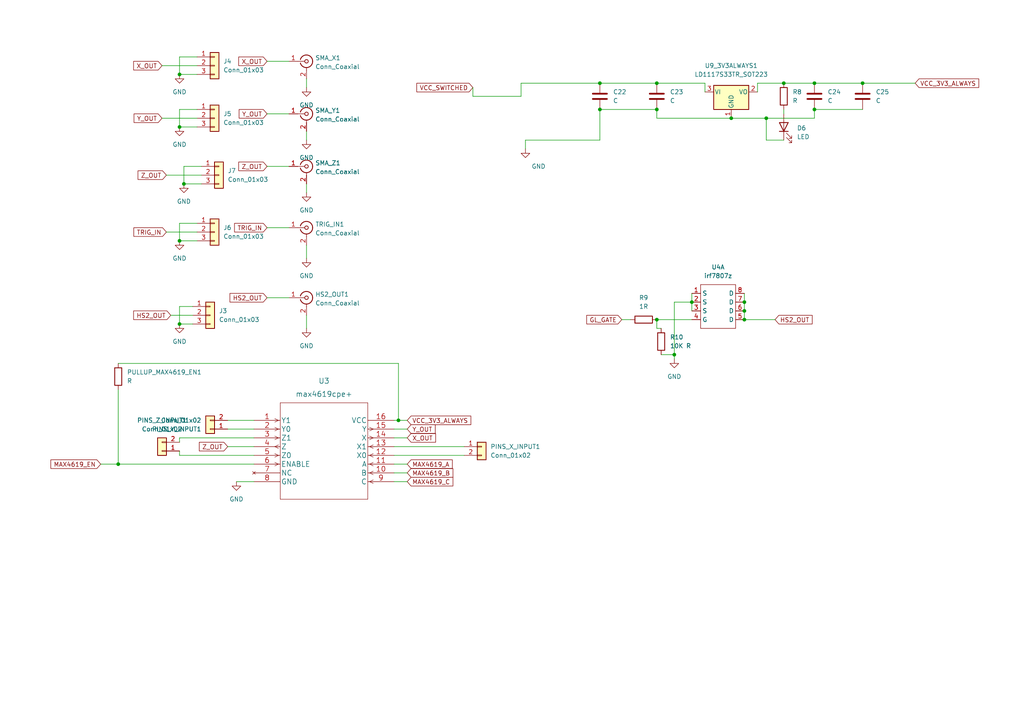
<source format=kicad_sch>
(kicad_sch (version 20211123) (generator eeschema)

  (uuid ccbdd2f4-7289-436e-acf6-c77c35732b01)

  (paper "A4")

  (lib_symbols
    (symbol "Connector:Conn_Coaxial" (pin_names (offset 1.016) hide) (in_bom yes) (on_board yes)
      (property "Reference" "J" (id 0) (at 0.254 3.048 0)
        (effects (font (size 1.27 1.27)))
      )
      (property "Value" "Conn_Coaxial" (id 1) (at 2.921 0 90)
        (effects (font (size 1.27 1.27)))
      )
      (property "Footprint" "" (id 2) (at 0 0 0)
        (effects (font (size 1.27 1.27)) hide)
      )
      (property "Datasheet" " ~" (id 3) (at 0 0 0)
        (effects (font (size 1.27 1.27)) hide)
      )
      (property "ki_keywords" "BNC SMA SMB SMC LEMO coaxial connector CINCH RCA" (id 4) (at 0 0 0)
        (effects (font (size 1.27 1.27)) hide)
      )
      (property "ki_description" "coaxial connector (BNC, SMA, SMB, SMC, Cinch/RCA, LEMO, ...)" (id 5) (at 0 0 0)
        (effects (font (size 1.27 1.27)) hide)
      )
      (property "ki_fp_filters" "*BNC* *SMA* *SMB* *SMC* *Cinch* *LEMO*" (id 6) (at 0 0 0)
        (effects (font (size 1.27 1.27)) hide)
      )
      (symbol "Conn_Coaxial_0_1"
        (arc (start -1.778 -0.508) (mid 0.2311 -1.8066) (end 1.778 0)
          (stroke (width 0.254) (type default) (color 0 0 0 0))
          (fill (type none))
        )
        (polyline
          (pts
            (xy -2.54 0)
            (xy -0.508 0)
          )
          (stroke (width 0) (type default) (color 0 0 0 0))
          (fill (type none))
        )
        (polyline
          (pts
            (xy 0 -2.54)
            (xy 0 -1.778)
          )
          (stroke (width 0) (type default) (color 0 0 0 0))
          (fill (type none))
        )
        (circle (center 0 0) (radius 0.508)
          (stroke (width 0.2032) (type default) (color 0 0 0 0))
          (fill (type none))
        )
        (arc (start 1.778 0) (mid 0.2099 1.8101) (end -1.778 0.508)
          (stroke (width 0.254) (type default) (color 0 0 0 0))
          (fill (type none))
        )
      )
      (symbol "Conn_Coaxial_1_1"
        (pin passive line (at -5.08 0 0) (length 2.54)
          (name "In" (effects (font (size 1.27 1.27))))
          (number "1" (effects (font (size 1.27 1.27))))
        )
        (pin passive line (at 0 -5.08 90) (length 2.54)
          (name "Ext" (effects (font (size 1.27 1.27))))
          (number "2" (effects (font (size 1.27 1.27))))
        )
      )
    )
    (symbol "Connector_Generic:Conn_01x02" (pin_names (offset 1.016) hide) (in_bom yes) (on_board yes)
      (property "Reference" "J" (id 0) (at 0 2.54 0)
        (effects (font (size 1.27 1.27)))
      )
      (property "Value" "Conn_01x02" (id 1) (at 0 -5.08 0)
        (effects (font (size 1.27 1.27)))
      )
      (property "Footprint" "" (id 2) (at 0 0 0)
        (effects (font (size 1.27 1.27)) hide)
      )
      (property "Datasheet" "~" (id 3) (at 0 0 0)
        (effects (font (size 1.27 1.27)) hide)
      )
      (property "ki_keywords" "connector" (id 4) (at 0 0 0)
        (effects (font (size 1.27 1.27)) hide)
      )
      (property "ki_description" "Generic connector, single row, 01x02, script generated (kicad-library-utils/schlib/autogen/connector/)" (id 5) (at 0 0 0)
        (effects (font (size 1.27 1.27)) hide)
      )
      (property "ki_fp_filters" "Connector*:*_1x??_*" (id 6) (at 0 0 0)
        (effects (font (size 1.27 1.27)) hide)
      )
      (symbol "Conn_01x02_1_1"
        (rectangle (start -1.27 -2.413) (end 0 -2.667)
          (stroke (width 0.1524) (type default) (color 0 0 0 0))
          (fill (type none))
        )
        (rectangle (start -1.27 0.127) (end 0 -0.127)
          (stroke (width 0.1524) (type default) (color 0 0 0 0))
          (fill (type none))
        )
        (rectangle (start -1.27 1.27) (end 1.27 -3.81)
          (stroke (width 0.254) (type default) (color 0 0 0 0))
          (fill (type background))
        )
        (pin passive line (at -5.08 0 0) (length 3.81)
          (name "Pin_1" (effects (font (size 1.27 1.27))))
          (number "1" (effects (font (size 1.27 1.27))))
        )
        (pin passive line (at -5.08 -2.54 0) (length 3.81)
          (name "Pin_2" (effects (font (size 1.27 1.27))))
          (number "2" (effects (font (size 1.27 1.27))))
        )
      )
    )
    (symbol "Connector_Generic:Conn_01x03" (pin_names (offset 1.016) hide) (in_bom yes) (on_board yes)
      (property "Reference" "J" (id 0) (at 0 5.08 0)
        (effects (font (size 1.27 1.27)))
      )
      (property "Value" "Conn_01x03" (id 1) (at 0 -5.08 0)
        (effects (font (size 1.27 1.27)))
      )
      (property "Footprint" "" (id 2) (at 0 0 0)
        (effects (font (size 1.27 1.27)) hide)
      )
      (property "Datasheet" "~" (id 3) (at 0 0 0)
        (effects (font (size 1.27 1.27)) hide)
      )
      (property "ki_keywords" "connector" (id 4) (at 0 0 0)
        (effects (font (size 1.27 1.27)) hide)
      )
      (property "ki_description" "Generic connector, single row, 01x03, script generated (kicad-library-utils/schlib/autogen/connector/)" (id 5) (at 0 0 0)
        (effects (font (size 1.27 1.27)) hide)
      )
      (property "ki_fp_filters" "Connector*:*_1x??_*" (id 6) (at 0 0 0)
        (effects (font (size 1.27 1.27)) hide)
      )
      (symbol "Conn_01x03_1_1"
        (rectangle (start -1.27 -2.413) (end 0 -2.667)
          (stroke (width 0.1524) (type default) (color 0 0 0 0))
          (fill (type none))
        )
        (rectangle (start -1.27 0.127) (end 0 -0.127)
          (stroke (width 0.1524) (type default) (color 0 0 0 0))
          (fill (type none))
        )
        (rectangle (start -1.27 2.667) (end 0 2.413)
          (stroke (width 0.1524) (type default) (color 0 0 0 0))
          (fill (type none))
        )
        (rectangle (start -1.27 3.81) (end 1.27 -3.81)
          (stroke (width 0.254) (type default) (color 0 0 0 0))
          (fill (type background))
        )
        (pin passive line (at -5.08 2.54 0) (length 3.81)
          (name "Pin_1" (effects (font (size 1.27 1.27))))
          (number "1" (effects (font (size 1.27 1.27))))
        )
        (pin passive line (at -5.08 0 0) (length 3.81)
          (name "Pin_2" (effects (font (size 1.27 1.27))))
          (number "2" (effects (font (size 1.27 1.27))))
        )
        (pin passive line (at -5.08 -2.54 0) (length 3.81)
          (name "Pin_3" (effects (font (size 1.27 1.27))))
          (number "3" (effects (font (size 1.27 1.27))))
        )
      )
    )
    (symbol "Device:C" (pin_numbers hide) (pin_names (offset 0.254)) (in_bom yes) (on_board yes)
      (property "Reference" "C" (id 0) (at 0.635 2.54 0)
        (effects (font (size 1.27 1.27)) (justify left))
      )
      (property "Value" "C" (id 1) (at 0.635 -2.54 0)
        (effects (font (size 1.27 1.27)) (justify left))
      )
      (property "Footprint" "" (id 2) (at 0.9652 -3.81 0)
        (effects (font (size 1.27 1.27)) hide)
      )
      (property "Datasheet" "~" (id 3) (at 0 0 0)
        (effects (font (size 1.27 1.27)) hide)
      )
      (property "ki_keywords" "cap capacitor" (id 4) (at 0 0 0)
        (effects (font (size 1.27 1.27)) hide)
      )
      (property "ki_description" "Unpolarized capacitor" (id 5) (at 0 0 0)
        (effects (font (size 1.27 1.27)) hide)
      )
      (property "ki_fp_filters" "C_*" (id 6) (at 0 0 0)
        (effects (font (size 1.27 1.27)) hide)
      )
      (symbol "C_0_1"
        (polyline
          (pts
            (xy -2.032 -0.762)
            (xy 2.032 -0.762)
          )
          (stroke (width 0.508) (type default) (color 0 0 0 0))
          (fill (type none))
        )
        (polyline
          (pts
            (xy -2.032 0.762)
            (xy 2.032 0.762)
          )
          (stroke (width 0.508) (type default) (color 0 0 0 0))
          (fill (type none))
        )
      )
      (symbol "C_1_1"
        (pin passive line (at 0 3.81 270) (length 2.794)
          (name "~" (effects (font (size 1.27 1.27))))
          (number "1" (effects (font (size 1.27 1.27))))
        )
        (pin passive line (at 0 -3.81 90) (length 2.794)
          (name "~" (effects (font (size 1.27 1.27))))
          (number "2" (effects (font (size 1.27 1.27))))
        )
      )
    )
    (symbol "Device:LED" (pin_numbers hide) (pin_names (offset 1.016) hide) (in_bom yes) (on_board yes)
      (property "Reference" "D" (id 0) (at 0 2.54 0)
        (effects (font (size 1.27 1.27)))
      )
      (property "Value" "LED" (id 1) (at 0 -2.54 0)
        (effects (font (size 1.27 1.27)))
      )
      (property "Footprint" "" (id 2) (at 0 0 0)
        (effects (font (size 1.27 1.27)) hide)
      )
      (property "Datasheet" "~" (id 3) (at 0 0 0)
        (effects (font (size 1.27 1.27)) hide)
      )
      (property "ki_keywords" "LED diode" (id 4) (at 0 0 0)
        (effects (font (size 1.27 1.27)) hide)
      )
      (property "ki_description" "Light emitting diode" (id 5) (at 0 0 0)
        (effects (font (size 1.27 1.27)) hide)
      )
      (property "ki_fp_filters" "LED* LED_SMD:* LED_THT:*" (id 6) (at 0 0 0)
        (effects (font (size 1.27 1.27)) hide)
      )
      (symbol "LED_0_1"
        (polyline
          (pts
            (xy -1.27 -1.27)
            (xy -1.27 1.27)
          )
          (stroke (width 0.254) (type default) (color 0 0 0 0))
          (fill (type none))
        )
        (polyline
          (pts
            (xy -1.27 0)
            (xy 1.27 0)
          )
          (stroke (width 0) (type default) (color 0 0 0 0))
          (fill (type none))
        )
        (polyline
          (pts
            (xy 1.27 -1.27)
            (xy 1.27 1.27)
            (xy -1.27 0)
            (xy 1.27 -1.27)
          )
          (stroke (width 0.254) (type default) (color 0 0 0 0))
          (fill (type none))
        )
        (polyline
          (pts
            (xy -3.048 -0.762)
            (xy -4.572 -2.286)
            (xy -3.81 -2.286)
            (xy -4.572 -2.286)
            (xy -4.572 -1.524)
          )
          (stroke (width 0) (type default) (color 0 0 0 0))
          (fill (type none))
        )
        (polyline
          (pts
            (xy -1.778 -0.762)
            (xy -3.302 -2.286)
            (xy -2.54 -2.286)
            (xy -3.302 -2.286)
            (xy -3.302 -1.524)
          )
          (stroke (width 0) (type default) (color 0 0 0 0))
          (fill (type none))
        )
      )
      (symbol "LED_1_1"
        (pin passive line (at -3.81 0 0) (length 2.54)
          (name "K" (effects (font (size 1.27 1.27))))
          (number "1" (effects (font (size 1.27 1.27))))
        )
        (pin passive line (at 3.81 0 180) (length 2.54)
          (name "A" (effects (font (size 1.27 1.27))))
          (number "2" (effects (font (size 1.27 1.27))))
        )
      )
    )
    (symbol "Device:R" (pin_numbers hide) (pin_names (offset 0)) (in_bom yes) (on_board yes)
      (property "Reference" "R" (id 0) (at 2.032 0 90)
        (effects (font (size 1.27 1.27)))
      )
      (property "Value" "R" (id 1) (at 0 0 90)
        (effects (font (size 1.27 1.27)))
      )
      (property "Footprint" "" (id 2) (at -1.778 0 90)
        (effects (font (size 1.27 1.27)) hide)
      )
      (property "Datasheet" "~" (id 3) (at 0 0 0)
        (effects (font (size 1.27 1.27)) hide)
      )
      (property "ki_keywords" "R res resistor" (id 4) (at 0 0 0)
        (effects (font (size 1.27 1.27)) hide)
      )
      (property "ki_description" "Resistor" (id 5) (at 0 0 0)
        (effects (font (size 1.27 1.27)) hide)
      )
      (property "ki_fp_filters" "R_*" (id 6) (at 0 0 0)
        (effects (font (size 1.27 1.27)) hide)
      )
      (symbol "R_0_1"
        (rectangle (start -1.016 -2.54) (end 1.016 2.54)
          (stroke (width 0.254) (type default) (color 0 0 0 0))
          (fill (type none))
        )
      )
      (symbol "R_1_1"
        (pin passive line (at 0 3.81 270) (length 1.27)
          (name "~" (effects (font (size 1.27 1.27))))
          (number "1" (effects (font (size 1.27 1.27))))
        )
        (pin passive line (at 0 -3.81 90) (length 1.27)
          (name "~" (effects (font (size 1.27 1.27))))
          (number "2" (effects (font (size 1.27 1.27))))
        )
      )
    )
    (symbol "Regulator_Linear:LD1117S33TR_SOT223" (pin_names (offset 0.254)) (in_bom yes) (on_board yes)
      (property "Reference" "U" (id 0) (at -3.81 3.175 0)
        (effects (font (size 1.27 1.27)))
      )
      (property "Value" "LD1117S33TR_SOT223" (id 1) (at 0 3.175 0)
        (effects (font (size 1.27 1.27)) (justify left))
      )
      (property "Footprint" "Package_TO_SOT_SMD:SOT-223-3_TabPin2" (id 2) (at 0 5.08 0)
        (effects (font (size 1.27 1.27)) hide)
      )
      (property "Datasheet" "http://www.st.com/st-web-ui/static/active/en/resource/technical/document/datasheet/CD00000544.pdf" (id 3) (at 2.54 -6.35 0)
        (effects (font (size 1.27 1.27)) hide)
      )
      (property "ki_keywords" "REGULATOR LDO 3.3V" (id 4) (at 0 0 0)
        (effects (font (size 1.27 1.27)) hide)
      )
      (property "ki_description" "800mA Fixed Low Drop Positive Voltage Regulator, Fixed Output 3.3V, SOT-223" (id 5) (at 0 0 0)
        (effects (font (size 1.27 1.27)) hide)
      )
      (property "ki_fp_filters" "SOT?223*TabPin2*" (id 6) (at 0 0 0)
        (effects (font (size 1.27 1.27)) hide)
      )
      (symbol "LD1117S33TR_SOT223_0_1"
        (rectangle (start -5.08 -5.08) (end 5.08 1.905)
          (stroke (width 0.254) (type default) (color 0 0 0 0))
          (fill (type background))
        )
      )
      (symbol "LD1117S33TR_SOT223_1_1"
        (pin power_in line (at 0 -7.62 90) (length 2.54)
          (name "GND" (effects (font (size 1.27 1.27))))
          (number "1" (effects (font (size 1.27 1.27))))
        )
        (pin power_out line (at 7.62 0 180) (length 2.54)
          (name "VO" (effects (font (size 1.27 1.27))))
          (number "2" (effects (font (size 1.27 1.27))))
        )
        (pin power_in line (at -7.62 0 0) (length 2.54)
          (name "VI" (effects (font (size 1.27 1.27))))
          (number "3" (effects (font (size 1.27 1.27))))
        )
      )
    )
    (symbol "glitcher:irf7807z" (in_bom yes) (on_board yes)
      (property "Reference" "U" (id 0) (at 5.08 -5.08 0)
        (effects (font (size 1.27 1.27)))
      )
      (property "Value" "irf7807z" (id 1) (at 5.08 2.54 0)
        (effects (font (size 1.27 1.27)))
      )
      (property "Footprint" "" (id 2) (at 7.62 0 0)
        (effects (font (size 1.27 1.27)) hide)
      )
      (property "Datasheet" "" (id 3) (at 7.62 0 0)
        (effects (font (size 1.27 1.27)) hide)
      )
      (symbol "irf7807z_0_1"
        (rectangle (start 0 -7.62) (end 0 -7.62)
          (stroke (width 0) (type default) (color 0 0 0 0))
          (fill (type none))
        )
        (rectangle (start 0 0) (end 10.16 -12.7)
          (stroke (width 0) (type default) (color 0 0 0 0))
          (fill (type none))
        )
      )
      (symbol "irf7807z_1_1"
        (pin input line (at -2.54 -2.54 0) (length 2.54)
          (name "S" (effects (font (size 1.27 1.27))))
          (number "1" (effects (font (size 1.27 1.27))))
        )
        (pin input line (at -2.54 -5.08 0) (length 2.54)
          (name "S" (effects (font (size 1.27 1.27))))
          (number "2" (effects (font (size 1.27 1.27))))
        )
        (pin input line (at -2.54 -7.62 0) (length 2.54)
          (name "S" (effects (font (size 1.27 1.27))))
          (number "3" (effects (font (size 1.27 1.27))))
        )
        (pin input line (at -2.54 -10.16 0) (length 2.54)
          (name "G" (effects (font (size 1.27 1.27))))
          (number "4" (effects (font (size 1.27 1.27))))
        )
        (pin input line (at 12.7 -10.16 180) (length 2.54)
          (name "D" (effects (font (size 1.27 1.27))))
          (number "5" (effects (font (size 1.27 1.27))))
        )
        (pin input line (at 12.7 -7.62 180) (length 2.54)
          (name "D" (effects (font (size 1.27 1.27))))
          (number "6" (effects (font (size 1.27 1.27))))
        )
        (pin input line (at 12.7 -5.08 180) (length 2.54)
          (name "D" (effects (font (size 1.27 1.27))))
          (number "7" (effects (font (size 1.27 1.27))))
        )
        (pin input line (at 12.7 -2.54 180) (length 2.54)
          (name "D" (effects (font (size 1.27 1.27))))
          (number "8" (effects (font (size 1.27 1.27))))
        )
      )
      (symbol "irf7807z_2_1"
        (pin input line (at 12.7 -10.16 180) (length 2.54)
          (name "D" (effects (font (size 1.27 1.27))))
          (number "-UB" (effects (font (size 1.27 1.27))))
        )
        (pin input line (at -2.54 -2.54 0) (length 2.54)
          (name "S" (effects (font (size 1.27 1.27))))
          (number "1-UB" (effects (font (size 1.27 1.27))))
        )
        (pin input line (at -2.54 -5.08 0) (length 2.54)
          (name "S" (effects (font (size 1.27 1.27))))
          (number "2-UB" (effects (font (size 1.27 1.27))))
        )
        (pin input line (at -2.54 -7.62 0) (length 2.54)
          (name "S" (effects (font (size 1.27 1.27))))
          (number "3-UB" (effects (font (size 1.27 1.27))))
        )
        (pin input line (at -2.54 -10.16 0) (length 2.54)
          (name "G" (effects (font (size 1.27 1.27))))
          (number "4-UB" (effects (font (size 1.27 1.27))))
        )
        (pin input line (at 12.7 -7.62 180) (length 2.54)
          (name "D" (effects (font (size 1.27 1.27))))
          (number "6-UB" (effects (font (size 1.27 1.27))))
        )
        (pin input line (at 12.7 -5.08 180) (length 2.54)
          (name "D" (effects (font (size 1.27 1.27))))
          (number "7-UB" (effects (font (size 1.27 1.27))))
        )
        (pin input line (at 12.7 -2.54 180) (length 2.54)
          (name "D" (effects (font (size 1.27 1.27))))
          (number "8-UB" (effects (font (size 1.27 1.27))))
        )
      )
      (symbol "irf7807z_3_1"
        (pin input line (at 12.7 -10.16 180) (length 2.54)
          (name "D" (effects (font (size 1.27 1.27))))
          (number "-UC" (effects (font (size 1.27 1.27))))
        )
        (pin input line (at -2.54 -2.54 0) (length 2.54)
          (name "S" (effects (font (size 1.27 1.27))))
          (number "1-UC" (effects (font (size 1.27 1.27))))
        )
        (pin input line (at -2.54 -5.08 0) (length 2.54)
          (name "S" (effects (font (size 1.27 1.27))))
          (number "2-UC" (effects (font (size 1.27 1.27))))
        )
        (pin input line (at -2.54 -7.62 0) (length 2.54)
          (name "S" (effects (font (size 1.27 1.27))))
          (number "3-UC" (effects (font (size 1.27 1.27))))
        )
        (pin input line (at -2.54 -10.16 0) (length 2.54)
          (name "G" (effects (font (size 1.27 1.27))))
          (number "4-UC" (effects (font (size 1.27 1.27))))
        )
        (pin input line (at 12.7 -7.62 180) (length 2.54)
          (name "D" (effects (font (size 1.27 1.27))))
          (number "6-UC" (effects (font (size 1.27 1.27))))
        )
        (pin input line (at 12.7 -5.08 180) (length 2.54)
          (name "D" (effects (font (size 1.27 1.27))))
          (number "7-UC" (effects (font (size 1.27 1.27))))
        )
        (pin input line (at 12.7 -2.54 180) (length 2.54)
          (name "D" (effects (font (size 1.27 1.27))))
          (number "8-UC" (effects (font (size 1.27 1.27))))
        )
      )
      (symbol "irf7807z_4_1"
        (pin input line (at 12.7 -10.16 180) (length 2.54)
          (name "D" (effects (font (size 1.27 1.27))))
          (number "-UD" (effects (font (size 1.27 1.27))))
        )
        (pin input line (at -2.54 -2.54 0) (length 2.54)
          (name "S" (effects (font (size 1.27 1.27))))
          (number "1-UD" (effects (font (size 1.27 1.27))))
        )
        (pin input line (at -2.54 -5.08 0) (length 2.54)
          (name "S" (effects (font (size 1.27 1.27))))
          (number "2-UD" (effects (font (size 1.27 1.27))))
        )
        (pin input line (at -2.54 -7.62 0) (length 2.54)
          (name "S" (effects (font (size 1.27 1.27))))
          (number "3-UD" (effects (font (size 1.27 1.27))))
        )
        (pin input line (at -2.54 -10.16 0) (length 2.54)
          (name "G" (effects (font (size 1.27 1.27))))
          (number "4-UD" (effects (font (size 1.27 1.27))))
        )
        (pin input line (at 12.7 -7.62 180) (length 2.54)
          (name "D" (effects (font (size 1.27 1.27))))
          (number "6-UD" (effects (font (size 1.27 1.27))))
        )
        (pin input line (at 12.7 -5.08 180) (length 2.54)
          (name "D" (effects (font (size 1.27 1.27))))
          (number "7-UD" (effects (font (size 1.27 1.27))))
        )
        (pin input line (at 12.7 -2.54 180) (length 2.54)
          (name "D" (effects (font (size 1.27 1.27))))
          (number "8-UD" (effects (font (size 1.27 1.27))))
        )
      )
      (symbol "irf7807z_5_1"
        (pin input line (at 12.7 -10.16 180) (length 2.54)
          (name "D" (effects (font (size 1.27 1.27))))
          (number "-UE" (effects (font (size 1.27 1.27))))
        )
        (pin input line (at -2.54 -2.54 0) (length 2.54)
          (name "S" (effects (font (size 1.27 1.27))))
          (number "1-UE" (effects (font (size 1.27 1.27))))
        )
        (pin input line (at -2.54 -5.08 0) (length 2.54)
          (name "S" (effects (font (size 1.27 1.27))))
          (number "2-UE" (effects (font (size 1.27 1.27))))
        )
        (pin input line (at -2.54 -7.62 0) (length 2.54)
          (name "S" (effects (font (size 1.27 1.27))))
          (number "3-UE" (effects (font (size 1.27 1.27))))
        )
        (pin input line (at -2.54 -10.16 0) (length 2.54)
          (name "G" (effects (font (size 1.27 1.27))))
          (number "4-UE" (effects (font (size 1.27 1.27))))
        )
        (pin input line (at 12.7 -7.62 180) (length 2.54)
          (name "D" (effects (font (size 1.27 1.27))))
          (number "6-UE" (effects (font (size 1.27 1.27))))
        )
        (pin input line (at 12.7 -5.08 180) (length 2.54)
          (name "D" (effects (font (size 1.27 1.27))))
          (number "7-UE" (effects (font (size 1.27 1.27))))
        )
        (pin input line (at 12.7 -2.54 180) (length 2.54)
          (name "D" (effects (font (size 1.27 1.27))))
          (number "8-UE" (effects (font (size 1.27 1.27))))
        )
      )
      (symbol "irf7807z_6_1"
        (pin input line (at 12.7 -10.16 180) (length 2.54)
          (name "D" (effects (font (size 1.27 1.27))))
          (number "-UF" (effects (font (size 1.27 1.27))))
        )
        (pin input line (at -2.54 -2.54 0) (length 2.54)
          (name "S" (effects (font (size 1.27 1.27))))
          (number "1-UF" (effects (font (size 1.27 1.27))))
        )
        (pin input line (at -2.54 -5.08 0) (length 2.54)
          (name "S" (effects (font (size 1.27 1.27))))
          (number "2-UF" (effects (font (size 1.27 1.27))))
        )
        (pin input line (at -2.54 -7.62 0) (length 2.54)
          (name "S" (effects (font (size 1.27 1.27))))
          (number "3-UF" (effects (font (size 1.27 1.27))))
        )
        (pin input line (at -2.54 -10.16 0) (length 2.54)
          (name "G" (effects (font (size 1.27 1.27))))
          (number "4-UF" (effects (font (size 1.27 1.27))))
        )
        (pin input line (at 12.7 -7.62 180) (length 2.54)
          (name "D" (effects (font (size 1.27 1.27))))
          (number "6-UF" (effects (font (size 1.27 1.27))))
        )
        (pin input line (at 12.7 -5.08 180) (length 2.54)
          (name "D" (effects (font (size 1.27 1.27))))
          (number "7-UF" (effects (font (size 1.27 1.27))))
        )
        (pin input line (at 12.7 -2.54 180) (length 2.54)
          (name "D" (effects (font (size 1.27 1.27))))
          (number "8-UF" (effects (font (size 1.27 1.27))))
        )
      )
      (symbol "irf7807z_7_1"
        (pin input line (at 12.7 -10.16 180) (length 2.54)
          (name "D" (effects (font (size 1.27 1.27))))
          (number "-UG" (effects (font (size 1.27 1.27))))
        )
        (pin input line (at -2.54 -2.54 0) (length 2.54)
          (name "S" (effects (font (size 1.27 1.27))))
          (number "1-UG" (effects (font (size 1.27 1.27))))
        )
        (pin input line (at -2.54 -5.08 0) (length 2.54)
          (name "S" (effects (font (size 1.27 1.27))))
          (number "2-UG" (effects (font (size 1.27 1.27))))
        )
        (pin input line (at -2.54 -7.62 0) (length 2.54)
          (name "S" (effects (font (size 1.27 1.27))))
          (number "3-UG" (effects (font (size 1.27 1.27))))
        )
        (pin input line (at -2.54 -10.16 0) (length 2.54)
          (name "G" (effects (font (size 1.27 1.27))))
          (number "4-UG" (effects (font (size 1.27 1.27))))
        )
        (pin input line (at 12.7 -7.62 180) (length 2.54)
          (name "D" (effects (font (size 1.27 1.27))))
          (number "6-UG" (effects (font (size 1.27 1.27))))
        )
        (pin input line (at 12.7 -5.08 180) (length 2.54)
          (name "D" (effects (font (size 1.27 1.27))))
          (number "7-UG" (effects (font (size 1.27 1.27))))
        )
        (pin input line (at 12.7 -2.54 180) (length 2.54)
          (name "D" (effects (font (size 1.27 1.27))))
          (number "8-UG" (effects (font (size 1.27 1.27))))
        )
      )
      (symbol "irf7807z_8_1"
        (pin input line (at 12.7 -10.16 180) (length 2.54)
          (name "D" (effects (font (size 1.27 1.27))))
          (number "-UH" (effects (font (size 1.27 1.27))))
        )
        (pin input line (at -2.54 -2.54 0) (length 2.54)
          (name "S" (effects (font (size 1.27 1.27))))
          (number "1-UH" (effects (font (size 1.27 1.27))))
        )
        (pin input line (at -2.54 -5.08 0) (length 2.54)
          (name "S" (effects (font (size 1.27 1.27))))
          (number "2-UH" (effects (font (size 1.27 1.27))))
        )
        (pin input line (at -2.54 -7.62 0) (length 2.54)
          (name "S" (effects (font (size 1.27 1.27))))
          (number "3-UH" (effects (font (size 1.27 1.27))))
        )
        (pin input line (at -2.54 -10.16 0) (length 2.54)
          (name "G" (effects (font (size 1.27 1.27))))
          (number "4-UH" (effects (font (size 1.27 1.27))))
        )
        (pin input line (at 12.7 -7.62 180) (length 2.54)
          (name "D" (effects (font (size 1.27 1.27))))
          (number "6-UH" (effects (font (size 1.27 1.27))))
        )
        (pin input line (at 12.7 -5.08 180) (length 2.54)
          (name "D" (effects (font (size 1.27 1.27))))
          (number "7-UH" (effects (font (size 1.27 1.27))))
        )
        (pin input line (at 12.7 -2.54 180) (length 2.54)
          (name "D" (effects (font (size 1.27 1.27))))
          (number "8-UH" (effects (font (size 1.27 1.27))))
        )
      )
    )
    (symbol "glitcher:max4619cpe+" (pin_names (offset 0.254)) (in_bom yes) (on_board yes)
      (property "Reference" "U" (id 0) (at 20.32 10.16 0)
        (effects (font (size 1.524 1.524)))
      )
      (property "Value" "max4619cpe+" (id 1) (at 20.32 7.62 0)
        (effects (font (size 1.524 1.524)))
      )
      (property "Footprint" "21-0043_P16+1_MXM" (id 2) (at 20.32 6.096 0)
        (effects (font (size 1.524 1.524)) hide)
      )
      (property "Datasheet" "" (id 3) (at 0 0 0)
        (effects (font (size 1.524 1.524)))
      )
      (property "ki_locked" "" (id 4) (at 0 0 0)
        (effects (font (size 1.27 1.27)))
      )
      (property "ki_fp_filters" "21-0043_P16+1_MXM" (id 5) (at 0 0 0)
        (effects (font (size 1.27 1.27)) hide)
      )
      (symbol "max4619cpe+_1_1"
        (polyline
          (pts
            (xy 7.112 -12.7)
            (xy 6.0452 -13.208)
          )
          (stroke (width 0.127) (type default) (color 0 0 0 0))
          (fill (type none))
        )
        (polyline
          (pts
            (xy 7.112 -12.7)
            (xy 6.0452 -12.192)
          )
          (stroke (width 0.127) (type default) (color 0 0 0 0))
          (fill (type none))
        )
        (polyline
          (pts
            (xy 7.112 -10.16)
            (xy 6.0452 -10.668)
          )
          (stroke (width 0.127) (type default) (color 0 0 0 0))
          (fill (type none))
        )
        (polyline
          (pts
            (xy 7.112 -10.16)
            (xy 6.0452 -9.652)
          )
          (stroke (width 0.127) (type default) (color 0 0 0 0))
          (fill (type none))
        )
        (polyline
          (pts
            (xy 7.112 -8.128)
            (xy 6.0452 -7.62)
          )
          (stroke (width 0.127) (type default) (color 0 0 0 0))
          (fill (type none))
        )
        (polyline
          (pts
            (xy 7.112 -7.112)
            (xy 6.0452 -7.62)
          )
          (stroke (width 0.127) (type default) (color 0 0 0 0))
          (fill (type none))
        )
        (polyline
          (pts
            (xy 7.112 -5.08)
            (xy 6.0452 -5.588)
          )
          (stroke (width 0.127) (type default) (color 0 0 0 0))
          (fill (type none))
        )
        (polyline
          (pts
            (xy 7.112 -5.08)
            (xy 6.0452 -4.572)
          )
          (stroke (width 0.127) (type default) (color 0 0 0 0))
          (fill (type none))
        )
        (polyline
          (pts
            (xy 7.112 -2.54)
            (xy 6.0452 -3.048)
          )
          (stroke (width 0.127) (type default) (color 0 0 0 0))
          (fill (type none))
        )
        (polyline
          (pts
            (xy 7.112 -2.54)
            (xy 6.0452 -2.032)
          )
          (stroke (width 0.127) (type default) (color 0 0 0 0))
          (fill (type none))
        )
        (polyline
          (pts
            (xy 7.112 0)
            (xy 6.0452 -0.508)
          )
          (stroke (width 0.127) (type default) (color 0 0 0 0))
          (fill (type none))
        )
        (polyline
          (pts
            (xy 7.112 0)
            (xy 6.0452 0.508)
          )
          (stroke (width 0.127) (type default) (color 0 0 0 0))
          (fill (type none))
        )
        (polyline
          (pts
            (xy 7.62 -22.86)
            (xy 33.02 -22.86)
          )
          (stroke (width 0.127) (type default) (color 0 0 0 0))
          (fill (type none))
        )
        (polyline
          (pts
            (xy 7.62 5.08)
            (xy 7.62 -22.86)
          )
          (stroke (width 0.127) (type default) (color 0 0 0 0))
          (fill (type none))
        )
        (polyline
          (pts
            (xy 33.02 -22.86)
            (xy 33.02 5.08)
          )
          (stroke (width 0.127) (type default) (color 0 0 0 0))
          (fill (type none))
        )
        (polyline
          (pts
            (xy 33.02 5.08)
            (xy 7.62 5.08)
          )
          (stroke (width 0.127) (type default) (color 0 0 0 0))
          (fill (type none))
        )
        (polyline
          (pts
            (xy 33.528 -17.78)
            (xy 34.5948 -18.288)
          )
          (stroke (width 0.127) (type default) (color 0 0 0 0))
          (fill (type none))
        )
        (polyline
          (pts
            (xy 33.528 -17.78)
            (xy 34.5948 -17.272)
          )
          (stroke (width 0.127) (type default) (color 0 0 0 0))
          (fill (type none))
        )
        (polyline
          (pts
            (xy 33.528 -15.24)
            (xy 34.5948 -15.748)
          )
          (stroke (width 0.127) (type default) (color 0 0 0 0))
          (fill (type none))
        )
        (polyline
          (pts
            (xy 33.528 -15.24)
            (xy 34.5948 -14.732)
          )
          (stroke (width 0.127) (type default) (color 0 0 0 0))
          (fill (type none))
        )
        (polyline
          (pts
            (xy 33.528 -12.7)
            (xy 34.5948 -13.208)
          )
          (stroke (width 0.127) (type default) (color 0 0 0 0))
          (fill (type none))
        )
        (polyline
          (pts
            (xy 33.528 -12.7)
            (xy 34.5948 -12.192)
          )
          (stroke (width 0.127) (type default) (color 0 0 0 0))
          (fill (type none))
        )
        (polyline
          (pts
            (xy 33.528 -10.16)
            (xy 34.5948 -10.668)
          )
          (stroke (width 0.127) (type default) (color 0 0 0 0))
          (fill (type none))
        )
        (polyline
          (pts
            (xy 33.528 -10.16)
            (xy 34.5948 -9.652)
          )
          (stroke (width 0.127) (type default) (color 0 0 0 0))
          (fill (type none))
        )
        (polyline
          (pts
            (xy 33.528 -7.62)
            (xy 34.5948 -8.128)
          )
          (stroke (width 0.127) (type default) (color 0 0 0 0))
          (fill (type none))
        )
        (polyline
          (pts
            (xy 33.528 -7.62)
            (xy 34.5948 -7.112)
          )
          (stroke (width 0.127) (type default) (color 0 0 0 0))
          (fill (type none))
        )
        (polyline
          (pts
            (xy 33.528 -5.588)
            (xy 34.5948 -5.08)
          )
          (stroke (width 0.127) (type default) (color 0 0 0 0))
          (fill (type none))
        )
        (polyline
          (pts
            (xy 33.528 -4.572)
            (xy 34.5948 -5.08)
          )
          (stroke (width 0.127) (type default) (color 0 0 0 0))
          (fill (type none))
        )
        (polyline
          (pts
            (xy 33.528 -3.048)
            (xy 34.5948 -2.54)
          )
          (stroke (width 0.127) (type default) (color 0 0 0 0))
          (fill (type none))
        )
        (polyline
          (pts
            (xy 33.528 -2.032)
            (xy 34.5948 -2.54)
          )
          (stroke (width 0.127) (type default) (color 0 0 0 0))
          (fill (type none))
        )
        (pin input line (at 0 0 0) (length 7.62)
          (name "Y1" (effects (font (size 1.4986 1.4986))))
          (number "1" (effects (font (size 1.4986 1.4986))))
        )
        (pin input line (at 40.64 -15.24 180) (length 7.62)
          (name "B" (effects (font (size 1.4986 1.4986))))
          (number "10" (effects (font (size 1.4986 1.4986))))
        )
        (pin input line (at 40.64 -12.7 180) (length 7.62)
          (name "A" (effects (font (size 1.4986 1.4986))))
          (number "11" (effects (font (size 1.4986 1.4986))))
        )
        (pin input line (at 40.64 -10.16 180) (length 7.62)
          (name "X0" (effects (font (size 1.4986 1.4986))))
          (number "12" (effects (font (size 1.4986 1.4986))))
        )
        (pin input line (at 40.64 -7.62 180) (length 7.62)
          (name "X1" (effects (font (size 1.4986 1.4986))))
          (number "13" (effects (font (size 1.4986 1.4986))))
        )
        (pin output line (at 40.64 -5.08 180) (length 7.62)
          (name "X" (effects (font (size 1.4986 1.4986))))
          (number "14" (effects (font (size 1.4986 1.4986))))
        )
        (pin output line (at 40.64 -2.54 180) (length 7.62)
          (name "Y" (effects (font (size 1.4986 1.4986))))
          (number "15" (effects (font (size 1.4986 1.4986))))
        )
        (pin power_in line (at 40.64 0 180) (length 7.62)
          (name "VCC" (effects (font (size 1.4986 1.4986))))
          (number "16" (effects (font (size 1.4986 1.4986))))
        )
        (pin input line (at 0 -2.54 0) (length 7.62)
          (name "Y0" (effects (font (size 1.4986 1.4986))))
          (number "2" (effects (font (size 1.4986 1.4986))))
        )
        (pin input line (at 0 -5.08 0) (length 7.62)
          (name "Z1" (effects (font (size 1.4986 1.4986))))
          (number "3" (effects (font (size 1.4986 1.4986))))
        )
        (pin output line (at 0 -7.62 0) (length 7.62)
          (name "Z" (effects (font (size 1.4986 1.4986))))
          (number "4" (effects (font (size 1.4986 1.4986))))
        )
        (pin input line (at 0 -10.16 0) (length 7.62)
          (name "Z0" (effects (font (size 1.4986 1.4986))))
          (number "5" (effects (font (size 1.4986 1.4986))))
        )
        (pin input line (at 0 -12.7 0) (length 7.62)
          (name "ENABLE" (effects (font (size 1.4986 1.4986))))
          (number "6" (effects (font (size 1.4986 1.4986))))
        )
        (pin no_connect line (at 0 -15.24 0) (length 7.62)
          (name "NC" (effects (font (size 1.4986 1.4986))))
          (number "7" (effects (font (size 1.4986 1.4986))))
        )
        (pin power_in line (at 0 -17.78 0) (length 7.62)
          (name "GND" (effects (font (size 1.4986 1.4986))))
          (number "8" (effects (font (size 1.4986 1.4986))))
        )
        (pin input line (at 40.64 -17.78 180) (length 7.62)
          (name "C" (effects (font (size 1.4986 1.4986))))
          (number "9" (effects (font (size 1.4986 1.4986))))
        )
      )
    )
    (symbol "power:GND" (power) (pin_names (offset 0)) (in_bom yes) (on_board yes)
      (property "Reference" "#PWR" (id 0) (at 0 -6.35 0)
        (effects (font (size 1.27 1.27)) hide)
      )
      (property "Value" "GND" (id 1) (at 0 -3.81 0)
        (effects (font (size 1.27 1.27)))
      )
      (property "Footprint" "" (id 2) (at 0 0 0)
        (effects (font (size 1.27 1.27)) hide)
      )
      (property "Datasheet" "" (id 3) (at 0 0 0)
        (effects (font (size 1.27 1.27)) hide)
      )
      (property "ki_keywords" "power-flag" (id 4) (at 0 0 0)
        (effects (font (size 1.27 1.27)) hide)
      )
      (property "ki_description" "Power symbol creates a global label with name \"GND\" , ground" (id 5) (at 0 0 0)
        (effects (font (size 1.27 1.27)) hide)
      )
      (symbol "GND_0_1"
        (polyline
          (pts
            (xy 0 0)
            (xy 0 -1.27)
            (xy 1.27 -1.27)
            (xy 0 -2.54)
            (xy -1.27 -1.27)
            (xy 0 -1.27)
          )
          (stroke (width 0) (type default) (color 0 0 0 0))
          (fill (type none))
        )
      )
      (symbol "GND_1_1"
        (pin power_in line (at 0 0 270) (length 0) hide
          (name "GND" (effects (font (size 1.27 1.27))))
          (number "1" (effects (font (size 1.27 1.27))))
        )
      )
    )
  )

  (junction (at 115.57 121.92) (diameter 0) (color 0 0 0 0)
    (uuid 11ec8895-3f00-4711-b0a6-9769680f1c87)
  )
  (junction (at 250.19 24.13) (diameter 0) (color 0 0 0 0)
    (uuid 1f0be77a-7017-4d4e-8bee-1999b3e87fc7)
  )
  (junction (at 52.07 69.85) (diameter 0) (color 0 0 0 0)
    (uuid 346596e7-a0f1-407d-bc05-11a673e357dd)
  )
  (junction (at 215.9 92.71) (diameter 0) (color 0 0 0 0)
    (uuid 3bde18d7-fc18-4c3e-91ae-f4634cdf67e5)
  )
  (junction (at 173.99 31.75) (diameter 0) (color 0 0 0 0)
    (uuid 4eb6f102-f155-411e-be6a-baa9c5c26a65)
  )
  (junction (at 190.5 31.75) (diameter 0) (color 0 0 0 0)
    (uuid 5c4da8ef-f026-4824-ba79-000ad45feaee)
  )
  (junction (at 190.5 92.71) (diameter 0) (color 0 0 0 0)
    (uuid 65f80f4a-c593-4a2f-abef-82a088259800)
  )
  (junction (at 52.07 21.59) (diameter 0) (color 0 0 0 0)
    (uuid 66589c5d-a56c-411d-9983-1ebef783c0bb)
  )
  (junction (at 53.34 53.34) (diameter 0) (color 0 0 0 0)
    (uuid 6776fe1f-fdbe-46b3-a402-c1f0295c3e0e)
  )
  (junction (at 222.25 34.29) (diameter 0) (color 0 0 0 0)
    (uuid 67d4329f-5952-4212-b7f3-f3dc76c8e149)
  )
  (junction (at 34.29 134.62) (diameter 0) (color 0 0 0 0)
    (uuid 68183622-0aad-41f8-bf6e-f1dcf5435405)
  )
  (junction (at 200.66 87.63) (diameter 0) (color 0 0 0 0)
    (uuid 69a4e723-5d51-41ff-b4e1-f608e79b8328)
  )
  (junction (at 236.22 31.75) (diameter 0) (color 0 0 0 0)
    (uuid 6cfbf7de-7202-4f53-afd4-00a6a6e68413)
  )
  (junction (at 236.22 24.13) (diameter 0) (color 0 0 0 0)
    (uuid 6d673939-0a32-4f4f-80fa-41fffa37bc4c)
  )
  (junction (at 52.07 36.83) (diameter 0) (color 0 0 0 0)
    (uuid 91fb293b-e5fa-4be5-adb7-c4ca8d01646b)
  )
  (junction (at 227.33 24.13) (diameter 0) (color 0 0 0 0)
    (uuid 95074c73-d97b-460c-a830-c20692c4c26d)
  )
  (junction (at 190.5 24.13) (diameter 0) (color 0 0 0 0)
    (uuid ae9e8c66-2aea-405f-9087-7ca2bc9854a1)
  )
  (junction (at 215.9 90.17) (diameter 0) (color 0 0 0 0)
    (uuid b30727dc-3e27-4bdd-a2bb-cf7a552189cf)
  )
  (junction (at 212.09 34.29) (diameter 0) (color 0 0 0 0)
    (uuid bc978922-bbca-47d1-9865-871fce28547f)
  )
  (junction (at 215.9 87.63) (diameter 0) (color 0 0 0 0)
    (uuid c08b74b1-76ce-4b0e-ba2e-cd75c6d3dc77)
  )
  (junction (at 52.07 93.98) (diameter 0) (color 0 0 0 0)
    (uuid c19b93eb-5690-4454-badd-e73939c56127)
  )
  (junction (at 195.58 102.87) (diameter 0) (color 0 0 0 0)
    (uuid d9454208-7750-4cae-a68d-fc9be12802dc)
  )
  (junction (at 173.99 24.13) (diameter 0) (color 0 0 0 0)
    (uuid ee60716d-160a-4fa6-8710-15ee5128aadf)
  )

  (wire (pts (xy 250.19 24.13) (xy 265.43 24.13))
    (stroke (width 0) (type default) (color 0 0 0 0))
    (uuid 0366bd50-1d58-4662-84e0-e7c9b98a7c1a)
  )
  (wire (pts (xy 77.47 33.02) (xy 83.82 33.02))
    (stroke (width 0) (type default) (color 0 0 0 0))
    (uuid 09aa12a4-7a67-4f5f-b6d2-036d34bfc88e)
  )
  (wire (pts (xy 52.07 88.9) (xy 55.88 88.9))
    (stroke (width 0) (type default) (color 0 0 0 0))
    (uuid 0aecbc5d-e57e-4aca-9cdf-210f53489a24)
  )
  (wire (pts (xy 227.33 31.75) (xy 227.33 33.02))
    (stroke (width 0) (type default) (color 0 0 0 0))
    (uuid 0ce95254-a8bc-45cc-a908-6bc91f698e61)
  )
  (wire (pts (xy 219.71 24.13) (xy 227.33 24.13))
    (stroke (width 0) (type default) (color 0 0 0 0))
    (uuid 1141b2db-17a6-4c76-b0b0-35a2daefcd8c)
  )
  (wire (pts (xy 137.16 25.4) (xy 137.16 27.94))
    (stroke (width 0) (type default) (color 0 0 0 0))
    (uuid 1381fb3e-d19a-4d25-abc2-79173cf6baec)
  )
  (wire (pts (xy 204.47 24.13) (xy 204.47 26.67))
    (stroke (width 0) (type default) (color 0 0 0 0))
    (uuid 16ee4124-0ffc-4c4b-8bed-6769f5ed5f03)
  )
  (wire (pts (xy 173.99 31.75) (xy 190.5 31.75))
    (stroke (width 0) (type default) (color 0 0 0 0))
    (uuid 17453b63-b128-480c-ac77-67ed21581f97)
  )
  (wire (pts (xy 195.58 102.87) (xy 195.58 104.14))
    (stroke (width 0) (type default) (color 0 0 0 0))
    (uuid 182254db-5723-492f-b0cf-accedeb0fc37)
  )
  (wire (pts (xy 48.26 50.8) (xy 58.42 50.8))
    (stroke (width 0) (type default) (color 0 0 0 0))
    (uuid 27921dcd-962f-4185-859d-453a78c26fc2)
  )
  (wire (pts (xy 48.26 67.31) (xy 57.15 67.31))
    (stroke (width 0) (type default) (color 0 0 0 0))
    (uuid 27e8e4e0-cfd2-470c-b443-75780ddd9f14)
  )
  (wire (pts (xy 190.5 34.29) (xy 190.5 31.75))
    (stroke (width 0) (type default) (color 0 0 0 0))
    (uuid 282a7132-b168-44d8-b464-7aeed0f0f44a)
  )
  (wire (pts (xy 49.53 91.44) (xy 55.88 91.44))
    (stroke (width 0) (type default) (color 0 0 0 0))
    (uuid 2af08819-472d-47f6-ac5f-8dc71e511d43)
  )
  (wire (pts (xy 114.3 132.08) (xy 134.62 132.08))
    (stroke (width 0) (type default) (color 0 0 0 0))
    (uuid 2cdaeca6-2c9e-40e3-8c9e-805dd5fac56a)
  )
  (wire (pts (xy 52.07 21.59) (xy 52.07 16.51))
    (stroke (width 0) (type default) (color 0 0 0 0))
    (uuid 2ed63398-7c59-464f-b406-0cf5e3e1207d)
  )
  (wire (pts (xy 34.29 134.62) (xy 73.66 134.62))
    (stroke (width 0) (type default) (color 0 0 0 0))
    (uuid 33776713-fda5-4f7b-8f75-c25bf00d1fc7)
  )
  (wire (pts (xy 190.5 24.13) (xy 204.47 24.13))
    (stroke (width 0) (type default) (color 0 0 0 0))
    (uuid 3731d610-7c34-4e83-9d93-bcca4910a06c)
  )
  (wire (pts (xy 53.34 53.34) (xy 53.34 48.26))
    (stroke (width 0) (type default) (color 0 0 0 0))
    (uuid 3775cddc-baa7-4f19-b812-919829068111)
  )
  (wire (pts (xy 52.07 132.08) (xy 73.66 132.08))
    (stroke (width 0) (type default) (color 0 0 0 0))
    (uuid 3dcf6069-a427-4e0c-ae1c-73c1ad8eb339)
  )
  (wire (pts (xy 52.07 36.83) (xy 52.07 31.75))
    (stroke (width 0) (type default) (color 0 0 0 0))
    (uuid 414fad3f-4af6-4c72-97b3-2b73df44adc6)
  )
  (wire (pts (xy 173.99 24.13) (xy 190.5 24.13))
    (stroke (width 0) (type default) (color 0 0 0 0))
    (uuid 4a9a2f4f-d677-42d3-be3b-be36e2ff3a65)
  )
  (wire (pts (xy 190.5 92.71) (xy 200.66 92.71))
    (stroke (width 0) (type default) (color 0 0 0 0))
    (uuid 4b0f55a3-42fb-4681-89fc-9e4dace6ff17)
  )
  (wire (pts (xy 52.07 93.98) (xy 52.07 88.9))
    (stroke (width 0) (type default) (color 0 0 0 0))
    (uuid 4d54fc10-4446-4966-96d9-43e6e8681cd4)
  )
  (wire (pts (xy 114.3 121.92) (xy 115.57 121.92))
    (stroke (width 0) (type default) (color 0 0 0 0))
    (uuid 4d9b5186-4c76-450c-88c4-06b8afe25064)
  )
  (wire (pts (xy 215.9 90.17) (xy 215.9 92.71))
    (stroke (width 0) (type default) (color 0 0 0 0))
    (uuid 4e8ddc49-6f9c-491b-9aee-802637d29688)
  )
  (wire (pts (xy 46.99 34.29) (xy 57.15 34.29))
    (stroke (width 0) (type default) (color 0 0 0 0))
    (uuid 514528e6-3fee-4c83-895a-9a55a712d92a)
  )
  (wire (pts (xy 114.3 139.7) (xy 118.11 139.7))
    (stroke (width 0) (type default) (color 0 0 0 0))
    (uuid 51eb7063-b134-4358-bbda-c17b2ec5bf98)
  )
  (wire (pts (xy 68.58 139.7) (xy 73.66 139.7))
    (stroke (width 0) (type default) (color 0 0 0 0))
    (uuid 589fff95-229f-4bf0-ad28-eb091dc21df5)
  )
  (wire (pts (xy 236.22 24.13) (xy 250.19 24.13))
    (stroke (width 0) (type default) (color 0 0 0 0))
    (uuid 5d73dfe3-fb0b-4522-8102-a2ccbaa0e971)
  )
  (wire (pts (xy 152.4 43.18) (xy 152.4 40.64))
    (stroke (width 0) (type default) (color 0 0 0 0))
    (uuid 5d834b25-afd8-4b5b-bc16-d672db5c9221)
  )
  (wire (pts (xy 222.25 34.29) (xy 222.25 40.64))
    (stroke (width 0) (type default) (color 0 0 0 0))
    (uuid 5df17167-610b-4962-95e1-e7155b27face)
  )
  (wire (pts (xy 236.22 34.29) (xy 222.25 34.29))
    (stroke (width 0) (type default) (color 0 0 0 0))
    (uuid 60d4377b-0e0a-432b-b6dc-2b89b3ce28e5)
  )
  (wire (pts (xy 52.07 64.77) (xy 57.15 64.77))
    (stroke (width 0) (type default) (color 0 0 0 0))
    (uuid 67272c79-fe4f-4746-a474-6d8d4de68ea6)
  )
  (wire (pts (xy 236.22 31.75) (xy 236.22 34.29))
    (stroke (width 0) (type default) (color 0 0 0 0))
    (uuid 683a653c-440a-4140-9e50-82a337f2c693)
  )
  (wire (pts (xy 53.34 48.26) (xy 58.42 48.26))
    (stroke (width 0) (type default) (color 0 0 0 0))
    (uuid 68ad983b-a1c4-4493-b2f7-1ddb1f8ed5bd)
  )
  (wire (pts (xy 52.07 93.98) (xy 55.88 93.98))
    (stroke (width 0) (type default) (color 0 0 0 0))
    (uuid 695a55d5-1027-49f2-962f-6b1bd0e89b67)
  )
  (wire (pts (xy 212.09 34.29) (xy 190.5 34.29))
    (stroke (width 0) (type default) (color 0 0 0 0))
    (uuid 6bc6b278-618e-46bc-bf58-f1c4150ec73e)
  )
  (wire (pts (xy 215.9 85.09) (xy 215.9 87.63))
    (stroke (width 0) (type default) (color 0 0 0 0))
    (uuid 6be9a2af-6d3e-4154-bec3-c7213b170387)
  )
  (wire (pts (xy 115.57 105.41) (xy 115.57 121.92))
    (stroke (width 0) (type default) (color 0 0 0 0))
    (uuid 6e51841d-40fd-438c-8901-3f641e2b09fb)
  )
  (wire (pts (xy 77.47 17.78) (xy 83.82 17.78))
    (stroke (width 0) (type default) (color 0 0 0 0))
    (uuid 6ec75f94-7a06-4334-889a-7f327416d67d)
  )
  (wire (pts (xy 222.25 34.29) (xy 212.09 34.29))
    (stroke (width 0) (type default) (color 0 0 0 0))
    (uuid 71d6458c-662f-4a9b-a2ab-e8b2a742d42f)
  )
  (wire (pts (xy 151.13 24.13) (xy 173.99 24.13))
    (stroke (width 0) (type default) (color 0 0 0 0))
    (uuid 71eddf6c-1648-42f8-be48-b31d32f1131e)
  )
  (wire (pts (xy 236.22 31.75) (xy 250.19 31.75))
    (stroke (width 0) (type default) (color 0 0 0 0))
    (uuid 738d8c71-5cf8-4b52-81e6-2afa88f2768e)
  )
  (wire (pts (xy 180.34 92.71) (xy 182.88 92.71))
    (stroke (width 0) (type default) (color 0 0 0 0))
    (uuid 744b7a24-d704-480a-b14f-a790ae01c0ff)
  )
  (wire (pts (xy 173.99 31.75) (xy 173.99 40.64))
    (stroke (width 0) (type default) (color 0 0 0 0))
    (uuid 7b4bde09-582c-4d8d-b8d7-cf2cb4d8d974)
  )
  (wire (pts (xy 77.47 86.36) (xy 83.82 86.36))
    (stroke (width 0) (type default) (color 0 0 0 0))
    (uuid 7f5cacdd-6d17-4592-b02e-189cbf973e5e)
  )
  (wire (pts (xy 66.04 121.92) (xy 73.66 121.92))
    (stroke (width 0) (type default) (color 0 0 0 0))
    (uuid 82443e9e-972a-40c4-ad0e-4ed129cd7640)
  )
  (wire (pts (xy 88.9 71.12) (xy 88.9 74.93))
    (stroke (width 0) (type default) (color 0 0 0 0))
    (uuid 82776b05-721f-49df-a8ee-c61c2217d4ed)
  )
  (wire (pts (xy 200.66 87.63) (xy 200.66 90.17))
    (stroke (width 0) (type default) (color 0 0 0 0))
    (uuid 853f4a34-56c6-428a-99bb-e01e1096ac08)
  )
  (wire (pts (xy 219.71 26.67) (xy 219.71 24.13))
    (stroke (width 0) (type default) (color 0 0 0 0))
    (uuid 88ebdb02-1752-4a52-a1de-638a6398f981)
  )
  (wire (pts (xy 34.29 113.03) (xy 34.29 134.62))
    (stroke (width 0) (type default) (color 0 0 0 0))
    (uuid 8b31f022-59b1-46ce-827c-487cb58b4b54)
  )
  (wire (pts (xy 34.29 105.41) (xy 115.57 105.41))
    (stroke (width 0) (type default) (color 0 0 0 0))
    (uuid 8bbc9a7a-22ef-4278-82fd-7a39a2978624)
  )
  (wire (pts (xy 191.77 102.87) (xy 195.58 102.87))
    (stroke (width 0) (type default) (color 0 0 0 0))
    (uuid 90bbca3e-a723-44c3-8f48-c0320c6a1e13)
  )
  (wire (pts (xy 52.07 21.59) (xy 57.15 21.59))
    (stroke (width 0) (type default) (color 0 0 0 0))
    (uuid 9205d209-b3db-4c94-8be1-c97211a71545)
  )
  (wire (pts (xy 53.34 53.34) (xy 58.42 53.34))
    (stroke (width 0) (type default) (color 0 0 0 0))
    (uuid 922353cf-5b88-4363-9f19-1e1dcb1dbbb2)
  )
  (wire (pts (xy 52.07 69.85) (xy 57.15 69.85))
    (stroke (width 0) (type default) (color 0 0 0 0))
    (uuid 94391534-0b3e-49a8-a674-c516155080c7)
  )
  (wire (pts (xy 52.07 69.85) (xy 52.07 64.77))
    (stroke (width 0) (type default) (color 0 0 0 0))
    (uuid 957706ae-a964-4184-bc8c-bd39d4a77f4c)
  )
  (wire (pts (xy 137.16 27.94) (xy 151.13 27.94))
    (stroke (width 0) (type default) (color 0 0 0 0))
    (uuid 991c1b4d-f916-48b3-9880-579676d17509)
  )
  (wire (pts (xy 114.3 127) (xy 118.11 127))
    (stroke (width 0) (type default) (color 0 0 0 0))
    (uuid 9e07438c-129d-43db-bb6d-ee534e915f45)
  )
  (wire (pts (xy 52.07 127) (xy 73.66 127))
    (stroke (width 0) (type default) (color 0 0 0 0))
    (uuid a0a807b2-88d7-455c-9fac-6103ae33636b)
  )
  (wire (pts (xy 88.9 38.1) (xy 88.9 40.64))
    (stroke (width 0) (type default) (color 0 0 0 0))
    (uuid a1129773-793f-44ab-a68b-5098c6e6c747)
  )
  (wire (pts (xy 222.25 40.64) (xy 227.33 40.64))
    (stroke (width 0) (type default) (color 0 0 0 0))
    (uuid a13b4aab-8814-40b4-b84b-7f9ee3e58234)
  )
  (wire (pts (xy 200.66 85.09) (xy 200.66 87.63))
    (stroke (width 0) (type default) (color 0 0 0 0))
    (uuid a264fc3c-3a15-4378-b7b4-985e5cd36856)
  )
  (wire (pts (xy 195.58 87.63) (xy 195.58 102.87))
    (stroke (width 0) (type default) (color 0 0 0 0))
    (uuid a2cfd21d-fbf2-427a-8f4b-b7a9101f9536)
  )
  (wire (pts (xy 200.66 87.63) (xy 195.58 87.63))
    (stroke (width 0) (type default) (color 0 0 0 0))
    (uuid a3fa942c-d327-40b6-9359-fe7f3a071cb8)
  )
  (wire (pts (xy 46.99 19.05) (xy 57.15 19.05))
    (stroke (width 0) (type default) (color 0 0 0 0))
    (uuid ae624000-84da-4401-9598-51aa9d8a662e)
  )
  (wire (pts (xy 88.9 22.86) (xy 88.9 25.4))
    (stroke (width 0) (type default) (color 0 0 0 0))
    (uuid afdb079f-2074-46b7-bf7c-070597e5f9e2)
  )
  (wire (pts (xy 77.47 48.26) (xy 83.82 48.26))
    (stroke (width 0) (type default) (color 0 0 0 0))
    (uuid b4292467-c39f-45f4-b1d9-64156a252a75)
  )
  (wire (pts (xy 88.9 53.34) (xy 88.9 55.88))
    (stroke (width 0) (type default) (color 0 0 0 0))
    (uuid b70492b6-125e-4a0e-98a1-3c70c002e067)
  )
  (wire (pts (xy 52.07 36.83) (xy 57.15 36.83))
    (stroke (width 0) (type default) (color 0 0 0 0))
    (uuid b761a271-fccf-4a1a-a1e5-c80acc1d14b1)
  )
  (wire (pts (xy 114.3 134.62) (xy 118.11 134.62))
    (stroke (width 0) (type default) (color 0 0 0 0))
    (uuid b7aa00d2-4bb0-46d8-bdcc-5c9d6bb0b617)
  )
  (wire (pts (xy 52.07 128.27) (xy 52.07 127))
    (stroke (width 0) (type default) (color 0 0 0 0))
    (uuid bba7bd21-3c66-40b2-bf8c-2d2bb4265549)
  )
  (wire (pts (xy 52.07 16.51) (xy 57.15 16.51))
    (stroke (width 0) (type default) (color 0 0 0 0))
    (uuid beb9c157-bbc0-4d3d-8448-2691d9b23465)
  )
  (wire (pts (xy 215.9 87.63) (xy 215.9 90.17))
    (stroke (width 0) (type default) (color 0 0 0 0))
    (uuid c75b0892-5610-4b66-bb3e-d49fd55a1420)
  )
  (wire (pts (xy 190.5 92.71) (xy 190.5 95.25))
    (stroke (width 0) (type default) (color 0 0 0 0))
    (uuid c9fb0a96-c2df-482f-8372-479e133b9a8b)
  )
  (wire (pts (xy 224.79 92.71) (xy 215.9 92.71))
    (stroke (width 0) (type default) (color 0 0 0 0))
    (uuid cd3d80d7-cbbb-49e4-850c-78e4e07a5a37)
  )
  (wire (pts (xy 151.13 27.94) (xy 151.13 24.13))
    (stroke (width 0) (type default) (color 0 0 0 0))
    (uuid ce00eaff-3f8d-4afc-aa00-7616343f39d5)
  )
  (wire (pts (xy 114.3 129.54) (xy 134.62 129.54))
    (stroke (width 0) (type default) (color 0 0 0 0))
    (uuid db451216-8776-44ad-b7fd-98377e7b9ed4)
  )
  (wire (pts (xy 52.07 130.81) (xy 52.07 132.08))
    (stroke (width 0) (type default) (color 0 0 0 0))
    (uuid dd0082ac-1e25-4e75-bee1-93103113d26f)
  )
  (wire (pts (xy 66.04 124.46) (xy 73.66 124.46))
    (stroke (width 0) (type default) (color 0 0 0 0))
    (uuid df5f7a29-9a9c-409e-b9b1-fd20b8d79a36)
  )
  (wire (pts (xy 152.4 40.64) (xy 173.99 40.64))
    (stroke (width 0) (type default) (color 0 0 0 0))
    (uuid e1e4744c-66cb-4f59-9a99-716707d04237)
  )
  (wire (pts (xy 190.5 95.25) (xy 191.77 95.25))
    (stroke (width 0) (type default) (color 0 0 0 0))
    (uuid e2074a22-3362-4d99-a230-a6e2edabdcba)
  )
  (wire (pts (xy 114.3 124.46) (xy 118.11 124.46))
    (stroke (width 0) (type default) (color 0 0 0 0))
    (uuid e548cd38-42fc-40ad-85c4-92e10e488fac)
  )
  (wire (pts (xy 29.21 134.62) (xy 34.29 134.62))
    (stroke (width 0) (type default) (color 0 0 0 0))
    (uuid e9309f5e-7359-423c-a420-c458383fa22e)
  )
  (wire (pts (xy 227.33 24.13) (xy 236.22 24.13))
    (stroke (width 0) (type default) (color 0 0 0 0))
    (uuid e9e4fdde-4972-4296-b436-51a244e4b561)
  )
  (wire (pts (xy 114.3 137.16) (xy 118.11 137.16))
    (stroke (width 0) (type default) (color 0 0 0 0))
    (uuid ecb51d7f-08c3-45e7-9c24-dce9b444b3b2)
  )
  (wire (pts (xy 115.57 121.92) (xy 118.11 121.92))
    (stroke (width 0) (type default) (color 0 0 0 0))
    (uuid f12653c1-12b4-458c-ac7a-820a13d8459c)
  )
  (wire (pts (xy 52.07 31.75) (xy 57.15 31.75))
    (stroke (width 0) (type default) (color 0 0 0 0))
    (uuid f65ed6ff-bde0-4d1d-ab51-c31a9bf200c8)
  )
  (wire (pts (xy 88.9 91.44) (xy 88.9 95.25))
    (stroke (width 0) (type default) (color 0 0 0 0))
    (uuid f8c9fc1b-42bb-4342-814f-8cd1e0367575)
  )
  (wire (pts (xy 66.04 129.54) (xy 73.66 129.54))
    (stroke (width 0) (type default) (color 0 0 0 0))
    (uuid fb0f6fff-7736-4dab-9ea3-f4a4f15008c8)
  )
  (wire (pts (xy 77.47 66.04) (xy 83.82 66.04))
    (stroke (width 0) (type default) (color 0 0 0 0))
    (uuid fd99053c-a201-4aeb-9ecd-abf961558342)
  )

  (global_label "GL_GATE" (shape input) (at 180.34 92.71 180) (fields_autoplaced)
    (effects (font (size 1.27 1.27)) (justify right))
    (uuid 1fc61f42-5259-4d00-999b-40b2905434da)
    (property "Intersheet References" "${INTERSHEET_REFS}" (id 0) (at 170.1859 92.6306 0)
      (effects (font (size 1.27 1.27)) (justify right) hide)
    )
  )
  (global_label "HS2_OUT" (shape input) (at 77.47 86.36 180) (fields_autoplaced)
    (effects (font (size 1.27 1.27)) (justify right))
    (uuid 2d969f5d-4263-4d3a-b6ee-246da854bb85)
    (property "Intersheet References" "${INTERSHEET_REFS}" (id 0) (at 66.7112 86.2806 0)
      (effects (font (size 1.27 1.27)) (justify right) hide)
    )
  )
  (global_label "Z_OUT" (shape input) (at 66.04 129.54 180) (fields_autoplaced)
    (effects (font (size 1.27 1.27)) (justify right))
    (uuid 3b7483c7-0ee5-48a8-a8cb-2203f8170132)
    (property "Intersheet References" "${INTERSHEET_REFS}" (id 0) (at 57.8212 129.4606 0)
      (effects (font (size 1.27 1.27)) (justify right) hide)
    )
  )
  (global_label "TRIG_IN" (shape input) (at 48.26 67.31 180) (fields_autoplaced)
    (effects (font (size 1.27 1.27)) (justify right))
    (uuid 45d91e5e-2a52-4829-a471-861b0c08444e)
    (property "Intersheet References" "${INTERSHEET_REFS}" (id 0) (at 38.8317 67.2306 0)
      (effects (font (size 1.27 1.27)) (justify right) hide)
    )
  )
  (global_label "X_OUT" (shape input) (at 77.47 17.78 180) (fields_autoplaced)
    (effects (font (size 1.27 1.27)) (justify right))
    (uuid 496898cc-8621-4ea7-be8b-17874c9f4551)
    (property "Intersheet References" "${INTERSHEET_REFS}" (id 0) (at 69.2512 17.7006 0)
      (effects (font (size 1.27 1.27)) (justify right) hide)
    )
  )
  (global_label "MAX4619_B" (shape input) (at 118.11 137.16 0) (fields_autoplaced)
    (effects (font (size 1.27 1.27)) (justify left))
    (uuid 4ca6fdcc-aa0b-4e8d-a8f3-2f2534c9f731)
    (property "Intersheet References" "${INTERSHEET_REFS}" (id 0) (at 131.3483 137.0806 0)
      (effects (font (size 1.27 1.27)) (justify left) hide)
    )
  )
  (global_label "X_OUT" (shape input) (at 46.99 19.05 180) (fields_autoplaced)
    (effects (font (size 1.27 1.27)) (justify right))
    (uuid 5ab4597c-decb-4c07-8b73-e053cfc0c95d)
    (property "Intersheet References" "${INTERSHEET_REFS}" (id 0) (at 38.7712 18.9706 0)
      (effects (font (size 1.27 1.27)) (justify right) hide)
    )
  )
  (global_label "MAX4619_A" (shape input) (at 118.11 134.62 0) (fields_autoplaced)
    (effects (font (size 1.27 1.27)) (justify left))
    (uuid 6390b0a9-db61-4f87-bcb9-365dbc3ca0c8)
    (property "Intersheet References" "${INTERSHEET_REFS}" (id 0) (at 131.1669 134.5406 0)
      (effects (font (size 1.27 1.27)) (justify left) hide)
    )
  )
  (global_label "HS2_OUT" (shape input) (at 224.79 92.71 0) (fields_autoplaced)
    (effects (font (size 1.27 1.27)) (justify left))
    (uuid 83cf8398-a37b-495e-9dd8-48ecc0edde67)
    (property "Intersheet References" "${INTERSHEET_REFS}" (id 0) (at 235.5488 92.6306 0)
      (effects (font (size 1.27 1.27)) (justify left) hide)
    )
  )
  (global_label "Z_OUT" (shape input) (at 77.47 48.26 180) (fields_autoplaced)
    (effects (font (size 1.27 1.27)) (justify right))
    (uuid 87149936-985b-4acc-b2eb-faba72b0d738)
    (property "Intersheet References" "${INTERSHEET_REFS}" (id 0) (at 69.2512 48.1806 0)
      (effects (font (size 1.27 1.27)) (justify right) hide)
    )
  )
  (global_label "MAX4619_EN" (shape input) (at 29.21 134.62 180) (fields_autoplaced)
    (effects (font (size 1.27 1.27)) (justify right))
    (uuid 8ba03257-c40a-450d-a3e3-26a23173af9d)
    (property "Intersheet References" "${INTERSHEET_REFS}" (id 0) (at 14.7621 134.5406 0)
      (effects (font (size 1.27 1.27)) (justify right) hide)
    )
  )
  (global_label "Z_OUT" (shape input) (at 48.26 50.8 180) (fields_autoplaced)
    (effects (font (size 1.27 1.27)) (justify right))
    (uuid 9212961b-b578-4d13-bdcf-821a730c78db)
    (property "Intersheet References" "${INTERSHEET_REFS}" (id 0) (at 40.0412 50.7206 0)
      (effects (font (size 1.27 1.27)) (justify right) hide)
    )
  )
  (global_label "HS2_OUT" (shape input) (at 49.53 91.44 180) (fields_autoplaced)
    (effects (font (size 1.27 1.27)) (justify right))
    (uuid 97892bd8-a0d2-4443-af49-77e9a41b313f)
    (property "Intersheet References" "${INTERSHEET_REFS}" (id 0) (at 38.7712 91.3606 0)
      (effects (font (size 1.27 1.27)) (justify right) hide)
    )
  )
  (global_label "VCC_SWITCHED" (shape input) (at 137.16 25.4 180) (fields_autoplaced)
    (effects (font (size 1.27 1.27)) (justify right))
    (uuid 988b93df-4376-48ec-a2f9-dbd8f490638c)
    (property "Intersheet References" "${INTERSHEET_REFS}" (id 0) (at 120.8979 25.4794 0)
      (effects (font (size 1.27 1.27)) (justify right) hide)
    )
  )
  (global_label "Y_OUT" (shape input) (at 118.11 124.46 0) (fields_autoplaced)
    (effects (font (size 1.27 1.27)) (justify left))
    (uuid a7f88ae4-963f-48bf-8294-b269466bd271)
    (property "Intersheet References" "${INTERSHEET_REFS}" (id 0) (at 126.2079 124.3806 0)
      (effects (font (size 1.27 1.27)) (justify left) hide)
    )
  )
  (global_label "Y_OUT" (shape input) (at 46.99 34.29 180) (fields_autoplaced)
    (effects (font (size 1.27 1.27)) (justify right))
    (uuid bf8d558d-f06d-4c7d-91c7-9f7f2a380838)
    (property "Intersheet References" "${INTERSHEET_REFS}" (id 0) (at 38.8921 34.2106 0)
      (effects (font (size 1.27 1.27)) (justify right) hide)
    )
  )
  (global_label "Y_OUT" (shape input) (at 77.47 33.02 180) (fields_autoplaced)
    (effects (font (size 1.27 1.27)) (justify right))
    (uuid c2ccb6ce-47e6-45b1-900c-2e023aba121d)
    (property "Intersheet References" "${INTERSHEET_REFS}" (id 0) (at 69.3721 32.9406 0)
      (effects (font (size 1.27 1.27)) (justify right) hide)
    )
  )
  (global_label "VCC_3V3_ALWAYS" (shape input) (at 118.11 121.92 0) (fields_autoplaced)
    (effects (font (size 1.27 1.27)) (justify left))
    (uuid c3bb38eb-7ea7-43b6-ae9f-26b24902ed14)
    (property "Intersheet References" "${INTERSHEET_REFS}" (id 0) (at 136.5493 121.8406 0)
      (effects (font (size 1.27 1.27)) (justify left) hide)
    )
  )
  (global_label "X_OUT" (shape input) (at 118.11 127 0) (fields_autoplaced)
    (effects (font (size 1.27 1.27)) (justify left))
    (uuid d1c33258-4ee4-4a6c-96aa-2a0c95a5e0e0)
    (property "Intersheet References" "${INTERSHEET_REFS}" (id 0) (at 126.3288 126.9206 0)
      (effects (font (size 1.27 1.27)) (justify left) hide)
    )
  )
  (global_label "MAX4619_C" (shape input) (at 118.11 139.7 0) (fields_autoplaced)
    (effects (font (size 1.27 1.27)) (justify left))
    (uuid d38f0f4d-5eab-4ffa-b24e-241d1b7670bc)
    (property "Intersheet References" "${INTERSHEET_REFS}" (id 0) (at 131.3483 139.6206 0)
      (effects (font (size 1.27 1.27)) (justify left) hide)
    )
  )
  (global_label "VCC_3V3_ALWAYS" (shape input) (at 265.43 24.13 0) (fields_autoplaced)
    (effects (font (size 1.27 1.27)) (justify left))
    (uuid e45e5df1-80df-47f1-9c2e-fa2ccfddfcae)
    (property "Intersheet References" "${INTERSHEET_REFS}" (id 0) (at 283.8693 24.0506 0)
      (effects (font (size 1.27 1.27)) (justify left) hide)
    )
  )
  (global_label "TRIG_IN" (shape input) (at 77.47 66.04 180) (fields_autoplaced)
    (effects (font (size 1.27 1.27)) (justify right))
    (uuid e7e48ddd-ddf1-46de-8583-5d4de08b07b8)
    (property "Intersheet References" "${INTERSHEET_REFS}" (id 0) (at 68.0417 65.9606 0)
      (effects (font (size 1.27 1.27)) (justify right) hide)
    )
  )

  (symbol (lib_id "Connector_Generic:Conn_01x02") (at 139.7 129.54 0) (unit 1)
    (in_bom yes) (on_board yes) (fields_autoplaced)
    (uuid 09d79d6c-44ce-4338-95f2-29a1cf801993)
    (property "Reference" "PINS_X_INPUT1" (id 0) (at 142.24 129.5399 0)
      (effects (font (size 1.27 1.27)) (justify left))
    )
    (property "Value" "Conn_01x02" (id 1) (at 142.24 132.0799 0)
      (effects (font (size 1.27 1.27)) (justify left))
    )
    (property "Footprint" "Connector_PinHeader_2.54mm:PinHeader_1x02_P2.54mm_Vertical" (id 2) (at 139.7 129.54 0)
      (effects (font (size 1.27 1.27)) hide)
    )
    (property "Datasheet" "~" (id 3) (at 139.7 129.54 0)
      (effects (font (size 1.27 1.27)) hide)
    )
    (pin "1" (uuid 8241453d-e799-4ef8-881e-efe765608312))
    (pin "2" (uuid be58e919-a17c-418a-b1ee-d68f1869e878))
  )

  (symbol (lib_id "Connector_Generic:Conn_01x03") (at 63.5 50.8 0) (unit 1)
    (in_bom yes) (on_board yes) (fields_autoplaced)
    (uuid 0f0d7287-c478-4d38-99ce-6068d4c897cc)
    (property "Reference" "J7" (id 0) (at 66.04 49.5299 0)
      (effects (font (size 1.27 1.27)) (justify left))
    )
    (property "Value" "Conn_01x03" (id 1) (at 66.04 52.0699 0)
      (effects (font (size 1.27 1.27)) (justify left))
    )
    (property "Footprint" "Connector_PinHeader_2.54mm:PinHeader_1x03_P2.54mm_Vertical" (id 2) (at 63.5 50.8 0)
      (effects (font (size 1.27 1.27)) hide)
    )
    (property "Datasheet" "~" (id 3) (at 63.5 50.8 0)
      (effects (font (size 1.27 1.27)) hide)
    )
    (pin "1" (uuid 76b6123c-65e4-4ab5-9116-ac979f00b6a5))
    (pin "2" (uuid c737dcdd-7b1d-4e4d-bf13-2b76fa682446))
    (pin "3" (uuid b5b1e5b5-3e7f-40fa-95db-085d88bbcb66))
  )

  (symbol (lib_id "Connector:Conn_Coaxial") (at 88.9 86.36 0) (unit 1)
    (in_bom yes) (on_board yes) (fields_autoplaced)
    (uuid 10febe5f-8747-4f68-aeef-060e8a91ecdf)
    (property "Reference" "HS2_OUT1" (id 0) (at 91.44 85.3831 0)
      (effects (font (size 1.27 1.27)) (justify left))
    )
    (property "Value" "Conn_Coaxial" (id 1) (at 91.44 87.9231 0)
      (effects (font (size 1.27 1.27)) (justify left))
    )
    (property "Footprint" "Connector_Coaxial:SMA_Molex_73251-2120_EdgeMount_Horizontal" (id 2) (at 88.9 86.36 0)
      (effects (font (size 1.27 1.27)) hide)
    )
    (property "Datasheet" " ~" (id 3) (at 88.9 86.36 0)
      (effects (font (size 1.27 1.27)) hide)
    )
    (pin "1" (uuid 7ebf680e-8303-4161-9837-c38057a689d5))
    (pin "2" (uuid 77efe8a5-a6b4-4990-8259-00aba67b4043))
  )

  (symbol (lib_id "glitcher:max4619cpe+") (at 73.66 121.92 0) (unit 1)
    (in_bom yes) (on_board yes) (fields_autoplaced)
    (uuid 110dedd5-3d34-4869-8401-bedb25e88887)
    (property "Reference" "U3" (id 0) (at 93.98 110.49 0)
      (effects (font (size 1.524 1.524)))
    )
    (property "Value" "max4619cpe+" (id 1) (at 93.98 114.3 0)
      (effects (font (size 1.524 1.524)))
    )
    (property "Footprint" "Package_DIP:DIP-16_W7.62mm_Socket_LongPads" (id 2) (at 93.98 115.824 0)
      (effects (font (size 1.524 1.524)) hide)
    )
    (property "Datasheet" "" (id 3) (at 73.66 121.92 0)
      (effects (font (size 1.524 1.524)))
    )
    (pin "1" (uuid 8796bf8c-600b-4446-bd4d-cb91b460c2da))
    (pin "10" (uuid a27c5a57-f636-4184-b2a1-a5aeff893572))
    (pin "11" (uuid e0770f4f-0f3d-4d84-8e77-43d429a68bcc))
    (pin "12" (uuid 43f175fb-738f-4401-9250-2d3af6a70acc))
    (pin "13" (uuid d6edee12-2738-41ff-9c73-c917e710a135))
    (pin "14" (uuid dbcf21a1-4cfc-4298-9983-425d177d34ab))
    (pin "15" (uuid d91edcaa-1b26-497b-bf52-08246fca0939))
    (pin "16" (uuid 4f8d685c-fd93-43a2-9369-1b37b6f3c774))
    (pin "2" (uuid 594bfc78-8bd0-4561-8722-2f0bf9b7167c))
    (pin "3" (uuid a90bcd20-d4a6-40a1-a175-d55a95ea7ce0))
    (pin "4" (uuid 72d2d154-6b69-4bf4-95bf-2e22b1379ace))
    (pin "5" (uuid a43be68d-6b8b-4fcf-a713-e878e5a2f43c))
    (pin "6" (uuid fb80f497-0409-4177-81f5-8589f04d9e55))
    (pin "7" (uuid 41738005-32ad-432e-9aaf-56f4bc8a43dc))
    (pin "8" (uuid dcf5797b-41c6-4f48-a79d-d245bc818f90))
    (pin "9" (uuid acf5e78a-e647-45b2-a72e-8dfe1145fdf7))
  )

  (symbol (lib_id "glitcher:irf7807z") (at 203.2 82.55 0) (unit 1)
    (in_bom yes) (on_board yes) (fields_autoplaced)
    (uuid 1aa15af2-0cb3-4ff1-86f4-1e2f2cf8578f)
    (property "Reference" "U4" (id 0) (at 208.28 77.47 0))
    (property "Value" "irf7807z" (id 1) (at 208.28 80.01 0))
    (property "Footprint" "Package_SO:SOIC-8-1EP_3.9x4.9mm_P1.27mm_EP2.29x3mm" (id 2) (at 210.82 82.55 0)
      (effects (font (size 1.27 1.27)) hide)
    )
    (property "Datasheet" "" (id 3) (at 210.82 82.55 0)
      (effects (font (size 1.27 1.27)) hide)
    )
    (pin "1" (uuid 240e6ac9-0e23-49e3-b2b6-beb6d43d42d0))
    (pin "2" (uuid a76cabf7-ea1d-4745-becb-9f5027c9ae66))
    (pin "3" (uuid a941377a-fd50-4d86-9c72-26554ff68136))
    (pin "4" (uuid eaf91484-06db-4687-8118-30725723bef4))
    (pin "5" (uuid a6f19e7a-37ed-44ad-a8c2-244dd29bd186))
    (pin "6" (uuid 0a4ec1e8-11a6-443e-b493-52c93e0c4965))
    (pin "7" (uuid 1cb12112-3904-410f-a98e-0133d39aaa02))
    (pin "8" (uuid 16810a2d-616f-4bdd-ace6-6538c4d8f012))
    (pin "-UB" (uuid 3177a9d5-438b-490d-baaa-6dd03851482c))
    (pin "1-UB" (uuid b2fb3f85-e72c-4710-9a9e-e349457b158f))
    (pin "2-UB" (uuid d1ba5426-68aa-4f0f-8d6a-c7e03cb48fa0))
    (pin "3-UB" (uuid c85f8b00-cfde-42f8-baf8-4e0ab3acf40d))
    (pin "4-UB" (uuid 687de981-4b94-4d70-a622-17127f742f6b))
    (pin "6-UB" (uuid 06fecf13-b222-4396-88fe-d01f4576dcda))
    (pin "7-UB" (uuid 2672fd75-cf0e-4849-805f-6f23880c364e))
    (pin "8-UB" (uuid 94a4c7b1-56d4-49c6-b3e5-4cb2e93dca96))
    (pin "-UC" (uuid a342bc37-8d93-4901-a6ac-dc339d008214))
    (pin "1-UC" (uuid 9e0eea54-caaa-47de-9637-5833964ae7ba))
    (pin "2-UC" (uuid 8a5da27b-3f02-4237-886c-9131e332cb2b))
    (pin "3-UC" (uuid be995fe4-bf08-412a-bafc-d3c2bba98531))
    (pin "4-UC" (uuid 59715801-fa6a-4c5a-9b98-bf30c486e545))
    (pin "6-UC" (uuid 9bf6dd27-79ae-4c42-a973-70242ce02095))
    (pin "7-UC" (uuid 93f882df-3bec-4521-9b1d-da88ac5f1ee6))
    (pin "8-UC" (uuid 3a4f2e00-fc73-4748-aaba-7ebc0f61e447))
    (pin "-UD" (uuid 23281881-a6ff-4747-84d0-85be52994aea))
    (pin "1-UD" (uuid b9857c35-4063-45c8-b810-c15eedc22a4e))
    (pin "2-UD" (uuid a22d2f33-d4bc-4c94-8ac4-7a373b0e42e4))
    (pin "3-UD" (uuid 5c335abc-3ad6-4bc4-b43c-638abfc3c8b2))
    (pin "4-UD" (uuid e0db66ba-a911-4e8e-873c-c7e46f04599f))
    (pin "6-UD" (uuid bb522d3f-aa1c-452a-8317-687e0bd6693c))
    (pin "7-UD" (uuid 329e4c2e-085c-47d4-ad0c-580f2a772578))
    (pin "8-UD" (uuid dfda74ef-9f05-4133-b69c-05315cbd45b8))
    (pin "-UE" (uuid de1627bc-8397-4e37-bff9-44d5ea62bf37))
    (pin "1-UE" (uuid eb0a40bf-d0e0-4545-a208-6c657cb7cb1c))
    (pin "2-UE" (uuid c2e16a73-af5b-4051-8d0b-26fdd875b576))
    (pin "3-UE" (uuid e22e78c6-cea7-4562-b2c5-53517e392529))
    (pin "4-UE" (uuid 2e774ad0-fee0-400b-beb8-e69dbc13c7d1))
    (pin "6-UE" (uuid db4f0626-990b-4a24-b734-fe4bcdfa3eb9))
    (pin "7-UE" (uuid 6e703089-fb4d-4045-9c8b-a1c939dc78eb))
    (pin "8-UE" (uuid 7922656d-ed54-45d1-b454-30a6706d7bdf))
    (pin "-UF" (uuid e2f7924f-082d-494c-8ec9-fb0e56e7bd49))
    (pin "1-UF" (uuid 4c999560-f28d-47b5-88b7-ef26f1cb7157))
    (pin "2-UF" (uuid 63e11ec3-747b-4f14-8ba7-e6284e4374cf))
    (pin "3-UF" (uuid c8269f5e-503b-4172-ab34-c75bc9d2fb53))
    (pin "4-UF" (uuid c3197317-fe5b-44a1-9e0e-cf6e87bc251d))
    (pin "6-UF" (uuid 39e1c6ed-9cd0-4105-aef1-b6989142abac))
    (pin "7-UF" (uuid 8021f2da-5a9b-42c0-83aa-4a02d42fe5d7))
    (pin "8-UF" (uuid cb1d7228-53e2-431d-8503-bdd917a0ad2e))
    (pin "-UG" (uuid 25cefd39-7d81-4d36-8128-e5493a8f9c4b))
    (pin "1-UG" (uuid f6a31413-8f9b-4e5f-8f8e-68ce36e949b0))
    (pin "2-UG" (uuid 1ade21de-18ea-4623-9579-806603c7ac75))
    (pin "3-UG" (uuid b49d51c6-1396-4f0f-bfaf-1384752469d4))
    (pin "4-UG" (uuid dfe5e7cb-40a9-4051-877d-a9f1f5c60c75))
    (pin "6-UG" (uuid d3a6ae5b-38be-447c-855a-ff462d0de1e0))
    (pin "7-UG" (uuid 3ca95b00-e4ef-47de-95ff-f8782b35593a))
    (pin "8-UG" (uuid a95f50f1-083b-4319-84b7-b72256d857f4))
    (pin "-UH" (uuid 1fdd7476-b509-4348-b9c0-31a5cfd774d3))
    (pin "1-UH" (uuid 21fc613f-e015-4ec0-a5de-06f9cfae290a))
    (pin "2-UH" (uuid 02e3142d-2495-4540-91f0-bc89021c80cd))
    (pin "3-UH" (uuid 64f7bda6-44f1-465d-bcbd-13f90fddd877))
    (pin "4-UH" (uuid 09f94781-8b4a-4e00-9965-571ec231e252))
    (pin "6-UH" (uuid 15704f35-5070-459f-8cc3-add1025d057d))
    (pin "7-UH" (uuid 0a1327a5-551e-4ad9-ae45-3c11b086826f))
    (pin "8-UH" (uuid 919fe3f9-e9c2-44aa-a3dc-5839efaaaa07))
  )

  (symbol (lib_id "Connector_Generic:Conn_01x02") (at 46.99 130.81 180) (unit 1)
    (in_bom yes) (on_board yes) (fields_autoplaced)
    (uuid 1addb59f-cb76-4750-9adc-bd423a94baf4)
    (property "Reference" "PINS_Z_INPUT1" (id 0) (at 46.99 121.92 0))
    (property "Value" "Conn_01x02" (id 1) (at 46.99 124.46 0))
    (property "Footprint" "Connector_PinHeader_2.54mm:PinHeader_1x02_P2.54mm_Vertical" (id 2) (at 46.99 130.81 0)
      (effects (font (size 1.27 1.27)) hide)
    )
    (property "Datasheet" "~" (id 3) (at 46.99 130.81 0)
      (effects (font (size 1.27 1.27)) hide)
    )
    (pin "1" (uuid 4d837cb9-b90e-434d-b173-0007b7903733))
    (pin "2" (uuid a77b1069-cfd8-4ff5-b268-45383bc4e1d1))
  )

  (symbol (lib_id "power:GND") (at 88.9 74.93 0) (unit 1)
    (in_bom yes) (on_board yes) (fields_autoplaced)
    (uuid 1fb4039e-bca2-4332-8b4e-9d51b9e47f17)
    (property "Reference" "#PWR0134" (id 0) (at 88.9 81.28 0)
      (effects (font (size 1.27 1.27)) hide)
    )
    (property "Value" "GND" (id 1) (at 88.9 80.01 0))
    (property "Footprint" "" (id 2) (at 88.9 74.93 0)
      (effects (font (size 1.27 1.27)) hide)
    )
    (property "Datasheet" "" (id 3) (at 88.9 74.93 0)
      (effects (font (size 1.27 1.27)) hide)
    )
    (pin "1" (uuid 9223f79c-b0bf-44bc-ac4e-a4de44096d1b))
  )

  (symbol (lib_id "power:GND") (at 52.07 21.59 0) (unit 1)
    (in_bom yes) (on_board yes) (fields_autoplaced)
    (uuid 29e19187-0833-4831-aa6c-14c876f93b99)
    (property "Reference" "#PWR0128" (id 0) (at 52.07 27.94 0)
      (effects (font (size 1.27 1.27)) hide)
    )
    (property "Value" "GND" (id 1) (at 52.07 26.67 0))
    (property "Footprint" "" (id 2) (at 52.07 21.59 0)
      (effects (font (size 1.27 1.27)) hide)
    )
    (property "Datasheet" "" (id 3) (at 52.07 21.59 0)
      (effects (font (size 1.27 1.27)) hide)
    )
    (pin "1" (uuid f1686252-5dc6-4cf0-8b7f-319ec2021774))
  )

  (symbol (lib_id "Device:R") (at 191.77 99.06 0) (unit 1)
    (in_bom yes) (on_board yes) (fields_autoplaced)
    (uuid 38fa3d48-c966-4409-93f0-f6e1cc321207)
    (property "Reference" "R10" (id 0) (at 194.31 97.7899 0)
      (effects (font (size 1.27 1.27)) (justify left))
    )
    (property "Value" "10K R" (id 1) (at 194.31 100.3299 0)
      (effects (font (size 1.27 1.27)) (justify left))
    )
    (property "Footprint" "Resistor_SMD:R_0603_1608Metric_Pad0.98x0.95mm_HandSolder" (id 2) (at 189.992 99.06 90)
      (effects (font (size 1.27 1.27)) hide)
    )
    (property "Datasheet" "~" (id 3) (at 191.77 99.06 0)
      (effects (font (size 1.27 1.27)) hide)
    )
    (pin "1" (uuid 1d4ad09b-d425-4e32-80d1-182f2f5b1874))
    (pin "2" (uuid 167a8dd4-e9c7-4737-a621-3ce31d9a5b6a))
  )

  (symbol (lib_id "power:GND") (at 88.9 25.4 0) (unit 1)
    (in_bom yes) (on_board yes) (fields_autoplaced)
    (uuid 3bbec7c3-d7b9-491c-8cdf-5a361e5c161b)
    (property "Reference" "#PWR0130" (id 0) (at 88.9 31.75 0)
      (effects (font (size 1.27 1.27)) hide)
    )
    (property "Value" "GND" (id 1) (at 88.9 30.48 0))
    (property "Footprint" "" (id 2) (at 88.9 25.4 0)
      (effects (font (size 1.27 1.27)) hide)
    )
    (property "Datasheet" "" (id 3) (at 88.9 25.4 0)
      (effects (font (size 1.27 1.27)) hide)
    )
    (pin "1" (uuid f4da3e57-4b06-4323-b0fa-e8d7f94b579a))
  )

  (symbol (lib_id "power:GND") (at 52.07 69.85 0) (unit 1)
    (in_bom yes) (on_board yes) (fields_autoplaced)
    (uuid 470d58d9-6dfe-4b8c-a9f3-b2d57f7e286d)
    (property "Reference" "#PWR0133" (id 0) (at 52.07 76.2 0)
      (effects (font (size 1.27 1.27)) hide)
    )
    (property "Value" "GND" (id 1) (at 52.07 74.93 0))
    (property "Footprint" "" (id 2) (at 52.07 69.85 0)
      (effects (font (size 1.27 1.27)) hide)
    )
    (property "Datasheet" "" (id 3) (at 52.07 69.85 0)
      (effects (font (size 1.27 1.27)) hide)
    )
    (pin "1" (uuid 96c74e0b-c7f1-4375-b104-ae25d5c76979))
  )

  (symbol (lib_id "Connector_Generic:Conn_01x03") (at 60.96 91.44 0) (unit 1)
    (in_bom yes) (on_board yes) (fields_autoplaced)
    (uuid 488369d1-222a-4180-a255-2ac70446ab6b)
    (property "Reference" "J3" (id 0) (at 63.5 90.1699 0)
      (effects (font (size 1.27 1.27)) (justify left))
    )
    (property "Value" "Conn_01x03" (id 1) (at 63.5 92.7099 0)
      (effects (font (size 1.27 1.27)) (justify left))
    )
    (property "Footprint" "Connector_PinHeader_2.54mm:PinHeader_1x03_P2.54mm_Vertical" (id 2) (at 60.96 91.44 0)
      (effects (font (size 1.27 1.27)) hide)
    )
    (property "Datasheet" "~" (id 3) (at 60.96 91.44 0)
      (effects (font (size 1.27 1.27)) hide)
    )
    (pin "1" (uuid 1d906cca-7b20-4178-99bc-d17049d02f06))
    (pin "2" (uuid c2b24f25-cd23-4914-a3f9-596a945f8673))
    (pin "3" (uuid 29bffedb-9d8c-426e-8efc-386254c41db3))
  )

  (symbol (lib_id "power:GND") (at 68.58 139.7 0) (unit 1)
    (in_bom yes) (on_board yes) (fields_autoplaced)
    (uuid 4bbc464e-1c0c-4fed-89cf-2f626c1be22b)
    (property "Reference" "#PWR0136" (id 0) (at 68.58 146.05 0)
      (effects (font (size 1.27 1.27)) hide)
    )
    (property "Value" "GND" (id 1) (at 68.58 144.78 0))
    (property "Footprint" "" (id 2) (at 68.58 139.7 0)
      (effects (font (size 1.27 1.27)) hide)
    )
    (property "Datasheet" "" (id 3) (at 68.58 139.7 0)
      (effects (font (size 1.27 1.27)) hide)
    )
    (pin "1" (uuid 795f8cc8-3e80-4917-8415-4183bdb6cdda))
  )

  (symbol (lib_id "Connector:Conn_Coaxial") (at 88.9 66.04 0) (unit 1)
    (in_bom yes) (on_board yes) (fields_autoplaced)
    (uuid 4c87e26b-45ca-4384-9636-94aa9b323634)
    (property "Reference" "TRIG_IN1" (id 0) (at 91.44 65.0631 0)
      (effects (font (size 1.27 1.27)) (justify left))
    )
    (property "Value" "Conn_Coaxial" (id 1) (at 91.44 67.6031 0)
      (effects (font (size 1.27 1.27)) (justify left))
    )
    (property "Footprint" "Connector_Coaxial:SMA_Molex_73251-2120_EdgeMount_Horizontal" (id 2) (at 88.9 66.04 0)
      (effects (font (size 1.27 1.27)) hide)
    )
    (property "Datasheet" " ~" (id 3) (at 88.9 66.04 0)
      (effects (font (size 1.27 1.27)) hide)
    )
    (pin "1" (uuid 864c3d48-14e3-4f2c-82b4-745877fad3fc))
    (pin "2" (uuid e7106cce-4b01-401b-b9af-bd64810947c6))
  )

  (symbol (lib_id "power:GND") (at 88.9 95.25 0) (unit 1)
    (in_bom yes) (on_board yes) (fields_autoplaced)
    (uuid 53de29d5-e8cc-4309-9fc7-51153df8a052)
    (property "Reference" "#PWR0135" (id 0) (at 88.9 101.6 0)
      (effects (font (size 1.27 1.27)) hide)
    )
    (property "Value" "GND" (id 1) (at 88.9 100.33 0))
    (property "Footprint" "" (id 2) (at 88.9 95.25 0)
      (effects (font (size 1.27 1.27)) hide)
    )
    (property "Datasheet" "" (id 3) (at 88.9 95.25 0)
      (effects (font (size 1.27 1.27)) hide)
    )
    (pin "1" (uuid 89fa83d7-86fa-4b14-b00c-22468effa7a7))
  )

  (symbol (lib_id "Connector_Generic:Conn_01x03") (at 62.23 67.31 0) (unit 1)
    (in_bom yes) (on_board yes) (fields_autoplaced)
    (uuid 56325837-075c-4d5a-97a4-f9f1acf2261c)
    (property "Reference" "J6" (id 0) (at 64.77 66.0399 0)
      (effects (font (size 1.27 1.27)) (justify left))
    )
    (property "Value" "Conn_01x03" (id 1) (at 64.77 68.5799 0)
      (effects (font (size 1.27 1.27)) (justify left))
    )
    (property "Footprint" "Connector_PinHeader_2.54mm:PinHeader_1x03_P2.54mm_Vertical" (id 2) (at 62.23 67.31 0)
      (effects (font (size 1.27 1.27)) hide)
    )
    (property "Datasheet" "~" (id 3) (at 62.23 67.31 0)
      (effects (font (size 1.27 1.27)) hide)
    )
    (pin "1" (uuid ff07136c-43ff-4251-9a04-42b66baa6b82))
    (pin "2" (uuid 059c3fd3-d6d6-4a20-b722-3dca7204b749))
    (pin "3" (uuid d68501fe-c159-48ae-927a-abc1f8767e37))
  )

  (symbol (lib_id "Connector_Generic:Conn_01x02") (at 60.96 124.46 180) (unit 1)
    (in_bom yes) (on_board yes) (fields_autoplaced)
    (uuid 58d6f054-0556-4bd2-ac58-d721ee95b11e)
    (property "Reference" "PINS_Y_INPUT1" (id 0) (at 58.42 124.4601 0)
      (effects (font (size 1.27 1.27)) (justify left))
    )
    (property "Value" "Conn_01x02" (id 1) (at 58.42 121.9201 0)
      (effects (font (size 1.27 1.27)) (justify left))
    )
    (property "Footprint" "Connector_PinHeader_2.54mm:PinHeader_1x02_P2.54mm_Vertical" (id 2) (at 60.96 124.46 0)
      (effects (font (size 1.27 1.27)) hide)
    )
    (property "Datasheet" "~" (id 3) (at 60.96 124.46 0)
      (effects (font (size 1.27 1.27)) hide)
    )
    (pin "1" (uuid d0657b9a-5cdc-4863-93f6-e659a392487f))
    (pin "2" (uuid 8cf51a1e-10e4-4bb8-8426-340e22eb757e))
  )

  (symbol (lib_id "Device:C") (at 250.19 27.94 0) (unit 1)
    (in_bom yes) (on_board yes) (fields_autoplaced)
    (uuid 5bb754b4-65f5-4bba-a779-616abf88da81)
    (property "Reference" "C25" (id 0) (at 254 26.6699 0)
      (effects (font (size 1.27 1.27)) (justify left))
    )
    (property "Value" "C" (id 1) (at 254 29.2099 0)
      (effects (font (size 1.27 1.27)) (justify left))
    )
    (property "Footprint" "Capacitor_SMD:C_0603_1608Metric_Pad1.08x0.95mm_HandSolder" (id 2) (at 251.1552 31.75 0)
      (effects (font (size 1.27 1.27)) hide)
    )
    (property "Datasheet" "~" (id 3) (at 250.19 27.94 0)
      (effects (font (size 1.27 1.27)) hide)
    )
    (pin "1" (uuid 1006a845-86a8-40ff-8de9-7b4fab0ab2d2))
    (pin "2" (uuid f63873f6-52db-4ce0-a9da-cb8ba8a09c06))
  )

  (symbol (lib_id "power:GND") (at 152.4 43.18 0) (unit 1)
    (in_bom yes) (on_board yes)
    (uuid 5d69632b-80f2-4e96-b1bb-938427c6a356)
    (property "Reference" "#PWR0131" (id 0) (at 152.4 49.53 0)
      (effects (font (size 1.27 1.27)) hide)
    )
    (property "Value" "GND" (id 1) (at 156.21 48.26 0))
    (property "Footprint" "" (id 2) (at 152.4 43.18 0)
      (effects (font (size 1.27 1.27)) hide)
    )
    (property "Datasheet" "" (id 3) (at 152.4 43.18 0)
      (effects (font (size 1.27 1.27)) hide)
    )
    (pin "1" (uuid 0cf35c64-73d0-46f8-b855-4472c7393e82))
  )

  (symbol (lib_id "Connector:Conn_Coaxial") (at 88.9 17.78 0) (unit 1)
    (in_bom yes) (on_board yes) (fields_autoplaced)
    (uuid 5fdaa681-584f-44dc-a63c-401ce79f9449)
    (property "Reference" "SMA_X1" (id 0) (at 91.44 16.8031 0)
      (effects (font (size 1.27 1.27)) (justify left))
    )
    (property "Value" "Conn_Coaxial" (id 1) (at 91.44 19.3431 0)
      (effects (font (size 1.27 1.27)) (justify left))
    )
    (property "Footprint" "Connector_Coaxial:SMA_Molex_73251-2120_EdgeMount_Horizontal" (id 2) (at 88.9 17.78 0)
      (effects (font (size 1.27 1.27)) hide)
    )
    (property "Datasheet" " ~" (id 3) (at 88.9 17.78 0)
      (effects (font (size 1.27 1.27)) hide)
    )
    (pin "1" (uuid 86884eec-ea6e-4d89-9cdb-488e3749cad5))
    (pin "2" (uuid 35db0671-3923-45f5-86a9-abb540dd8af9))
  )

  (symbol (lib_id "power:GND") (at 195.58 104.14 0) (unit 1)
    (in_bom yes) (on_board yes) (fields_autoplaced)
    (uuid 615a5904-a431-4880-82ed-b2af5cf8bc11)
    (property "Reference" "#PWR0147" (id 0) (at 195.58 110.49 0)
      (effects (font (size 1.27 1.27)) hide)
    )
    (property "Value" "GND" (id 1) (at 195.58 109.22 0))
    (property "Footprint" "" (id 2) (at 195.58 104.14 0)
      (effects (font (size 1.27 1.27)) hide)
    )
    (property "Datasheet" "" (id 3) (at 195.58 104.14 0)
      (effects (font (size 1.27 1.27)) hide)
    )
    (pin "1" (uuid 831e3034-56d5-4541-b171-f8fd7a92de58))
  )

  (symbol (lib_id "Connector_Generic:Conn_01x03") (at 62.23 19.05 0) (unit 1)
    (in_bom yes) (on_board yes) (fields_autoplaced)
    (uuid 6db26e7a-5f92-411b-977d-b196ea85d537)
    (property "Reference" "J4" (id 0) (at 64.77 17.7799 0)
      (effects (font (size 1.27 1.27)) (justify left))
    )
    (property "Value" "Conn_01x03" (id 1) (at 64.77 20.3199 0)
      (effects (font (size 1.27 1.27)) (justify left))
    )
    (property "Footprint" "Connector_PinHeader_2.54mm:PinHeader_1x03_P2.54mm_Vertical" (id 2) (at 62.23 19.05 0)
      (effects (font (size 1.27 1.27)) hide)
    )
    (property "Datasheet" "~" (id 3) (at 62.23 19.05 0)
      (effects (font (size 1.27 1.27)) hide)
    )
    (pin "1" (uuid 20c546b9-0f9e-4107-baee-f3ff23e696ce))
    (pin "2" (uuid fbf8001c-a0d2-412b-b84c-07c42b2bad99))
    (pin "3" (uuid ec463bae-fa50-4820-bb65-8ada1b4ce921))
  )

  (symbol (lib_id "Regulator_Linear:LD1117S33TR_SOT223") (at 212.09 26.67 0) (unit 1)
    (in_bom yes) (on_board yes) (fields_autoplaced)
    (uuid 7ac2c287-b136-42aa-a230-e13c867771c7)
    (property "Reference" "U9_3V3ALWAYS1" (id 0) (at 212.09 19.05 0))
    (property "Value" "LD1117S33TR_SOT223" (id 1) (at 212.09 21.59 0))
    (property "Footprint" "Package_TO_SOT_SMD:SOT-223-3_TabPin2" (id 2) (at 212.09 21.59 0)
      (effects (font (size 1.27 1.27)) hide)
    )
    (property "Datasheet" "http://www.st.com/st-web-ui/static/active/en/resource/technical/document/datasheet/CD00000544.pdf" (id 3) (at 214.63 33.02 0)
      (effects (font (size 1.27 1.27)) hide)
    )
    (pin "1" (uuid 62e6395e-508d-4c90-8626-75f63f51960f))
    (pin "2" (uuid 6090e43f-3cd8-4a47-a4c7-cb48e691e22a))
    (pin "3" (uuid e285cbab-0749-4dde-ae5d-904c76ea0a6c))
  )

  (symbol (lib_id "Connector:Conn_Coaxial") (at 88.9 33.02 0) (unit 1)
    (in_bom yes) (on_board yes) (fields_autoplaced)
    (uuid 81803227-2579-45fe-863f-713a133020d4)
    (property "Reference" "SMA_Y1" (id 0) (at 91.44 32.0431 0)
      (effects (font (size 1.27 1.27)) (justify left))
    )
    (property "Value" "Conn_Coaxial" (id 1) (at 91.44 34.5831 0)
      (effects (font (size 1.27 1.27)) (justify left))
    )
    (property "Footprint" "Connector_Coaxial:SMA_Molex_73251-2120_EdgeMount_Horizontal" (id 2) (at 88.9 33.02 0)
      (effects (font (size 1.27 1.27)) hide)
    )
    (property "Datasheet" " ~" (id 3) (at 88.9 33.02 0)
      (effects (font (size 1.27 1.27)) hide)
    )
    (pin "1" (uuid 85c2ed1f-d96a-4db6-bc55-4d8d31f4ba0f))
    (pin "2" (uuid bc5d3c51-c8ea-426a-be32-e58f70a08772))
  )

  (symbol (lib_id "Connector_Generic:Conn_01x03") (at 62.23 34.29 0) (unit 1)
    (in_bom yes) (on_board yes) (fields_autoplaced)
    (uuid 8a91a8b6-5aee-4756-8714-b6b292144008)
    (property "Reference" "J5" (id 0) (at 64.77 33.0199 0)
      (effects (font (size 1.27 1.27)) (justify left))
    )
    (property "Value" "Conn_01x03" (id 1) (at 64.77 35.5599 0)
      (effects (font (size 1.27 1.27)) (justify left))
    )
    (property "Footprint" "Connector_PinHeader_2.54mm:PinHeader_1x03_P2.54mm_Vertical" (id 2) (at 62.23 34.29 0)
      (effects (font (size 1.27 1.27)) hide)
    )
    (property "Datasheet" "~" (id 3) (at 62.23 34.29 0)
      (effects (font (size 1.27 1.27)) hide)
    )
    (pin "1" (uuid aabd2eb4-5653-404f-b5d0-fc4671434923))
    (pin "2" (uuid 574749c1-1073-46fe-8554-66d50e5d2d56))
    (pin "3" (uuid d4e6b15f-44a4-4a60-83e7-548aa85d0412))
  )

  (symbol (lib_id "power:GND") (at 88.9 55.88 0) (unit 1)
    (in_bom yes) (on_board yes) (fields_autoplaced)
    (uuid 8f709613-34d3-4442-aedf-25b665d27391)
    (property "Reference" "#PWR0126" (id 0) (at 88.9 62.23 0)
      (effects (font (size 1.27 1.27)) hide)
    )
    (property "Value" "GND" (id 1) (at 88.9 60.96 0))
    (property "Footprint" "" (id 2) (at 88.9 55.88 0)
      (effects (font (size 1.27 1.27)) hide)
    )
    (property "Datasheet" "" (id 3) (at 88.9 55.88 0)
      (effects (font (size 1.27 1.27)) hide)
    )
    (pin "1" (uuid 292b8966-a4ff-47ec-9442-f069ff5c3059))
  )

  (symbol (lib_id "Connector:Conn_Coaxial") (at 88.9 48.26 0) (unit 1)
    (in_bom yes) (on_board yes) (fields_autoplaced)
    (uuid 912b915c-9b1b-4b37-8926-34d502770791)
    (property "Reference" "SMA_Z1" (id 0) (at 91.44 47.2831 0)
      (effects (font (size 1.27 1.27)) (justify left))
    )
    (property "Value" "Conn_Coaxial" (id 1) (at 91.44 49.8231 0)
      (effects (font (size 1.27 1.27)) (justify left))
    )
    (property "Footprint" "Connector_Coaxial:SMA_Molex_73251-2120_EdgeMount_Horizontal" (id 2) (at 88.9 48.26 0)
      (effects (font (size 1.27 1.27)) hide)
    )
    (property "Datasheet" " ~" (id 3) (at 88.9 48.26 0)
      (effects (font (size 1.27 1.27)) hide)
    )
    (pin "1" (uuid 082d0982-86f8-4cf3-b41f-97a41f9d377f))
    (pin "2" (uuid 88102dc1-e7cf-4508-bb3a-04458e113a02))
  )

  (symbol (lib_id "power:GND") (at 88.9 40.64 0) (unit 1)
    (in_bom yes) (on_board yes) (fields_autoplaced)
    (uuid 942924f2-5baa-4924-a239-6a93c4c6fabf)
    (property "Reference" "#PWR0127" (id 0) (at 88.9 46.99 0)
      (effects (font (size 1.27 1.27)) hide)
    )
    (property "Value" "GND" (id 1) (at 88.9 45.72 0))
    (property "Footprint" "" (id 2) (at 88.9 40.64 0)
      (effects (font (size 1.27 1.27)) hide)
    )
    (property "Datasheet" "" (id 3) (at 88.9 40.64 0)
      (effects (font (size 1.27 1.27)) hide)
    )
    (pin "1" (uuid bce8af51-b4b3-4aad-8788-4e0b2277a012))
  )

  (symbol (lib_id "Device:C") (at 173.99 27.94 0) (unit 1)
    (in_bom yes) (on_board yes) (fields_autoplaced)
    (uuid 96222470-a2c4-4948-a7a0-a98651fbc325)
    (property "Reference" "C22" (id 0) (at 177.8 26.6699 0)
      (effects (font (size 1.27 1.27)) (justify left))
    )
    (property "Value" "C" (id 1) (at 177.8 29.2099 0)
      (effects (font (size 1.27 1.27)) (justify left))
    )
    (property "Footprint" "Capacitor_SMD:C_0603_1608Metric_Pad1.08x0.95mm_HandSolder" (id 2) (at 174.9552 31.75 0)
      (effects (font (size 1.27 1.27)) hide)
    )
    (property "Datasheet" "~" (id 3) (at 173.99 27.94 0)
      (effects (font (size 1.27 1.27)) hide)
    )
    (pin "1" (uuid 52c81744-3f4f-4aff-a337-60ac7c74d2a8))
    (pin "2" (uuid ce8500db-cb68-46d6-9698-c7b37e05e007))
  )

  (symbol (lib_id "power:GND") (at 52.07 36.83 0) (unit 1)
    (in_bom yes) (on_board yes) (fields_autoplaced)
    (uuid a760c386-0506-43a7-b645-9752e38ad34d)
    (property "Reference" "#PWR0103" (id 0) (at 52.07 43.18 0)
      (effects (font (size 1.27 1.27)) hide)
    )
    (property "Value" "GND" (id 1) (at 52.07 41.91 0))
    (property "Footprint" "" (id 2) (at 52.07 36.83 0)
      (effects (font (size 1.27 1.27)) hide)
    )
    (property "Datasheet" "" (id 3) (at 52.07 36.83 0)
      (effects (font (size 1.27 1.27)) hide)
    )
    (pin "1" (uuid 3d61b673-62c5-4a21-820d-720882941676))
  )

  (symbol (lib_id "power:GND") (at 52.07 93.98 0) (unit 1)
    (in_bom yes) (on_board yes) (fields_autoplaced)
    (uuid c91d88d0-d8bd-4e4c-a368-00a66394e6ae)
    (property "Reference" "#PWR0132" (id 0) (at 52.07 100.33 0)
      (effects (font (size 1.27 1.27)) hide)
    )
    (property "Value" "GND" (id 1) (at 52.07 99.06 0))
    (property "Footprint" "" (id 2) (at 52.07 93.98 0)
      (effects (font (size 1.27 1.27)) hide)
    )
    (property "Datasheet" "" (id 3) (at 52.07 93.98 0)
      (effects (font (size 1.27 1.27)) hide)
    )
    (pin "1" (uuid be328d2c-aa8b-438b-b115-e98be91b3966))
  )

  (symbol (lib_id "power:GND") (at 53.34 53.34 0) (unit 1)
    (in_bom yes) (on_board yes) (fields_autoplaced)
    (uuid d0709039-5420-466a-a1db-e494c391f5ef)
    (property "Reference" "#PWR0102" (id 0) (at 53.34 59.69 0)
      (effects (font (size 1.27 1.27)) hide)
    )
    (property "Value" "GND" (id 1) (at 53.34 58.42 0))
    (property "Footprint" "" (id 2) (at 53.34 53.34 0)
      (effects (font (size 1.27 1.27)) hide)
    )
    (property "Datasheet" "" (id 3) (at 53.34 53.34 0)
      (effects (font (size 1.27 1.27)) hide)
    )
    (pin "1" (uuid 29b90a59-51d1-4106-b8c0-57cdde910363))
  )

  (symbol (lib_id "Device:C") (at 236.22 27.94 0) (unit 1)
    (in_bom yes) (on_board yes) (fields_autoplaced)
    (uuid d246007c-3d66-4385-a532-a28ef7609af4)
    (property "Reference" "C24" (id 0) (at 240.03 26.6699 0)
      (effects (font (size 1.27 1.27)) (justify left))
    )
    (property "Value" "C" (id 1) (at 240.03 29.2099 0)
      (effects (font (size 1.27 1.27)) (justify left))
    )
    (property "Footprint" "Capacitor_SMD:C_0603_1608Metric_Pad1.08x0.95mm_HandSolder" (id 2) (at 237.1852 31.75 0)
      (effects (font (size 1.27 1.27)) hide)
    )
    (property "Datasheet" "~" (id 3) (at 236.22 27.94 0)
      (effects (font (size 1.27 1.27)) hide)
    )
    (pin "1" (uuid 0e531f7d-1d7a-4f97-a71b-d6021cfb3449))
    (pin "2" (uuid 6f8cf10c-4648-45e4-8a56-df7438fc211a))
  )

  (symbol (lib_id "Device:R") (at 34.29 109.22 0) (unit 1)
    (in_bom yes) (on_board yes) (fields_autoplaced)
    (uuid d9af5a2c-1a9b-47fc-85ca-a80126acba94)
    (property "Reference" "PULLUP_MAX4619_EN1" (id 0) (at 36.83 107.9499 0)
      (effects (font (size 1.27 1.27)) (justify left))
    )
    (property "Value" "R" (id 1) (at 36.83 110.4899 0)
      (effects (font (size 1.27 1.27)) (justify left))
    )
    (property "Footprint" "Resistor_SMD:R_0603_1608Metric_Pad0.98x0.95mm_HandSolder" (id 2) (at 32.512 109.22 90)
      (effects (font (size 1.27 1.27)) hide)
    )
    (property "Datasheet" "~" (id 3) (at 34.29 109.22 0)
      (effects (font (size 1.27 1.27)) hide)
    )
    (pin "1" (uuid d9397188-d528-4687-bebb-4ae513eecef5))
    (pin "2" (uuid b149d37d-ad45-43e1-a080-1087b04caee0))
  )

  (symbol (lib_id "Device:LED") (at 227.33 36.83 90) (unit 1)
    (in_bom yes) (on_board yes) (fields_autoplaced)
    (uuid db039f75-bcf7-4e6e-9231-9edbd8a2531d)
    (property "Reference" "D6" (id 0) (at 231.14 37.1474 90)
      (effects (font (size 1.27 1.27)) (justify right))
    )
    (property "Value" "LED" (id 1) (at 231.14 39.6874 90)
      (effects (font (size 1.27 1.27)) (justify right))
    )
    (property "Footprint" "LED_SMD:LED_0603_1608Metric_Pad1.05x0.95mm_HandSolder" (id 2) (at 227.33 36.83 0)
      (effects (font (size 1.27 1.27)) hide)
    )
    (property "Datasheet" "~" (id 3) (at 227.33 36.83 0)
      (effects (font (size 1.27 1.27)) hide)
    )
    (pin "1" (uuid 2ffced02-0ec1-4d41-8003-65ee3380c6ef))
    (pin "2" (uuid 23b582ce-397e-4121-8250-1596683d11db))
  )

  (symbol (lib_id "Device:R") (at 186.69 92.71 90) (unit 1)
    (in_bom yes) (on_board yes) (fields_autoplaced)
    (uuid e13d0b94-702e-48a2-9f1b-55d8c281d716)
    (property "Reference" "R9" (id 0) (at 186.69 86.36 90))
    (property "Value" "1R" (id 1) (at 186.69 88.9 90))
    (property "Footprint" "Resistor_SMD:R_0603_1608Metric_Pad0.98x0.95mm_HandSolder" (id 2) (at 186.69 94.488 90)
      (effects (font (size 1.27 1.27)) hide)
    )
    (property "Datasheet" "~" (id 3) (at 186.69 92.71 0)
      (effects (font (size 1.27 1.27)) hide)
    )
    (pin "1" (uuid 4158cc35-2afa-4aad-a84b-9f99561149a2))
    (pin "2" (uuid 2604a4df-73b7-4da4-9a6a-8b924d812abb))
  )

  (symbol (lib_id "Device:R") (at 227.33 27.94 0) (unit 1)
    (in_bom yes) (on_board yes) (fields_autoplaced)
    (uuid fd261c2f-4282-4163-87cc-f17bd3084e1e)
    (property "Reference" "R8" (id 0) (at 229.87 26.6699 0)
      (effects (font (size 1.27 1.27)) (justify left))
    )
    (property "Value" "R" (id 1) (at 229.87 29.2099 0)
      (effects (font (size 1.27 1.27)) (justify left))
    )
    (property "Footprint" "Resistor_SMD:R_0603_1608Metric_Pad0.98x0.95mm_HandSolder" (id 2) (at 225.552 27.94 90)
      (effects (font (size 1.27 1.27)) hide)
    )
    (property "Datasheet" "~" (id 3) (at 227.33 27.94 0)
      (effects (font (size 1.27 1.27)) hide)
    )
    (pin "1" (uuid 7e3ceb10-af3a-4c54-af0a-e4a585826a8c))
    (pin "2" (uuid 011ee2e9-a9ea-4138-9f7c-8a52a03ee28a))
  )

  (symbol (lib_id "Device:C") (at 190.5 27.94 0) (unit 1)
    (in_bom yes) (on_board yes) (fields_autoplaced)
    (uuid fe80a7ba-e96c-4992-ad5b-baf7b3446148)
    (property "Reference" "C23" (id 0) (at 194.31 26.6699 0)
      (effects (font (size 1.27 1.27)) (justify left))
    )
    (property "Value" "C" (id 1) (at 194.31 29.2099 0)
      (effects (font (size 1.27 1.27)) (justify left))
    )
    (property "Footprint" "Capacitor_SMD:C_0603_1608Metric_Pad1.08x0.95mm_HandSolder" (id 2) (at 191.4652 31.75 0)
      (effects (font (size 1.27 1.27)) hide)
    )
    (property "Datasheet" "~" (id 3) (at 190.5 27.94 0)
      (effects (font (size 1.27 1.27)) hide)
    )
    (pin "1" (uuid 388559fc-f6b9-44f7-8b15-4358f56d3461))
    (pin "2" (uuid 1f296d55-ca2b-4de2-9896-48c0c835adf4))
  )
)

</source>
